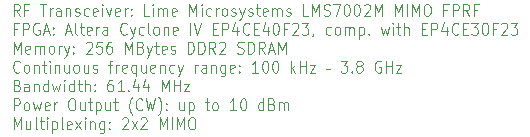
<source format=gto>
G04 #@! TF.FileFunction,Legend,Top*
%FSLAX46Y46*%
G04 Gerber Fmt 4.6, Leading zero omitted, Abs format (unit mm)*
G04 Created by KiCad (PCBNEW (2016-09-17 revision 679eef1)-makepkg) date 09/24/16 16:37:27*
%MOMM*%
%LPD*%
G01*
G04 APERTURE LIST*
%ADD10C,0.150000*%
%ADD11C,0.100000*%
%ADD12C,0.700000*%
%ADD13C,1.350000*%
%ADD14C,3.000000*%
%ADD15C,1.000000*%
%ADD16C,0.254000*%
G04 APERTURE END LIST*
D10*
D11*
X8093571Y-7632380D02*
X7793571Y-7156190D01*
X7579285Y-7632380D02*
X7579285Y-6632380D01*
X7922142Y-6632380D01*
X8007857Y-6680000D01*
X8050714Y-6727619D01*
X8093571Y-6822857D01*
X8093571Y-6965714D01*
X8050714Y-7060952D01*
X8007857Y-7108571D01*
X7922142Y-7156190D01*
X7579285Y-7156190D01*
X8779285Y-7108571D02*
X8479285Y-7108571D01*
X8479285Y-7632380D02*
X8479285Y-6632380D01*
X8907857Y-6632380D01*
X9807857Y-6632380D02*
X10322142Y-6632380D01*
X10065000Y-7632380D02*
X10065000Y-6632380D01*
X10622142Y-7632380D02*
X10622142Y-6965714D01*
X10622142Y-7156190D02*
X10665000Y-7060952D01*
X10707857Y-7013333D01*
X10793571Y-6965714D01*
X10879285Y-6965714D01*
X11565000Y-7632380D02*
X11565000Y-7108571D01*
X11522142Y-7013333D01*
X11436428Y-6965714D01*
X11265000Y-6965714D01*
X11179285Y-7013333D01*
X11565000Y-7584761D02*
X11479285Y-7632380D01*
X11265000Y-7632380D01*
X11179285Y-7584761D01*
X11136428Y-7489523D01*
X11136428Y-7394285D01*
X11179285Y-7299047D01*
X11265000Y-7251428D01*
X11479285Y-7251428D01*
X11565000Y-7203809D01*
X11993571Y-6965714D02*
X11993571Y-7632380D01*
X11993571Y-7060952D02*
X12036428Y-7013333D01*
X12122142Y-6965714D01*
X12250714Y-6965714D01*
X12336428Y-7013333D01*
X12379285Y-7108571D01*
X12379285Y-7632380D01*
X12765000Y-7584761D02*
X12850714Y-7632380D01*
X13022142Y-7632380D01*
X13107857Y-7584761D01*
X13150714Y-7489523D01*
X13150714Y-7441904D01*
X13107857Y-7346666D01*
X13022142Y-7299047D01*
X12893571Y-7299047D01*
X12807857Y-7251428D01*
X12765000Y-7156190D01*
X12765000Y-7108571D01*
X12807857Y-7013333D01*
X12893571Y-6965714D01*
X13022142Y-6965714D01*
X13107857Y-7013333D01*
X13922142Y-7584761D02*
X13836428Y-7632380D01*
X13665000Y-7632380D01*
X13579285Y-7584761D01*
X13536428Y-7537142D01*
X13493571Y-7441904D01*
X13493571Y-7156190D01*
X13536428Y-7060952D01*
X13579285Y-7013333D01*
X13665000Y-6965714D01*
X13836428Y-6965714D01*
X13922142Y-7013333D01*
X14650714Y-7584761D02*
X14565000Y-7632380D01*
X14393571Y-7632380D01*
X14307857Y-7584761D01*
X14265000Y-7489523D01*
X14265000Y-7108571D01*
X14307857Y-7013333D01*
X14393571Y-6965714D01*
X14565000Y-6965714D01*
X14650714Y-7013333D01*
X14693571Y-7108571D01*
X14693571Y-7203809D01*
X14265000Y-7299047D01*
X15079285Y-7632380D02*
X15079285Y-6965714D01*
X15079285Y-6632380D02*
X15036428Y-6680000D01*
X15079285Y-6727619D01*
X15122142Y-6680000D01*
X15079285Y-6632380D01*
X15079285Y-6727619D01*
X15422142Y-6965714D02*
X15636428Y-7632380D01*
X15850714Y-6965714D01*
X16536428Y-7584761D02*
X16450714Y-7632380D01*
X16279285Y-7632380D01*
X16193571Y-7584761D01*
X16150714Y-7489523D01*
X16150714Y-7108571D01*
X16193571Y-7013333D01*
X16279285Y-6965714D01*
X16450714Y-6965714D01*
X16536428Y-7013333D01*
X16579285Y-7108571D01*
X16579285Y-7203809D01*
X16150714Y-7299047D01*
X16965000Y-7632380D02*
X16965000Y-6965714D01*
X16965000Y-7156190D02*
X17007857Y-7060952D01*
X17050714Y-7013333D01*
X17136428Y-6965714D01*
X17222142Y-6965714D01*
X17522142Y-7537142D02*
X17565000Y-7584761D01*
X17522142Y-7632380D01*
X17479285Y-7584761D01*
X17522142Y-7537142D01*
X17522142Y-7632380D01*
X17522142Y-7013333D02*
X17565000Y-7060952D01*
X17522142Y-7108571D01*
X17479285Y-7060952D01*
X17522142Y-7013333D01*
X17522142Y-7108571D01*
X19065000Y-7632380D02*
X18636428Y-7632380D01*
X18636428Y-6632380D01*
X19365000Y-7632380D02*
X19365000Y-6965714D01*
X19365000Y-6632380D02*
X19322142Y-6680000D01*
X19365000Y-6727619D01*
X19407857Y-6680000D01*
X19365000Y-6632380D01*
X19365000Y-6727619D01*
X19793571Y-7632380D02*
X19793571Y-6965714D01*
X19793571Y-7060952D02*
X19836428Y-7013333D01*
X19922142Y-6965714D01*
X20050714Y-6965714D01*
X20136428Y-7013333D01*
X20179285Y-7108571D01*
X20179285Y-7632380D01*
X20179285Y-7108571D02*
X20222142Y-7013333D01*
X20307857Y-6965714D01*
X20436428Y-6965714D01*
X20522142Y-7013333D01*
X20565000Y-7108571D01*
X20565000Y-7632380D01*
X21336428Y-7584761D02*
X21250714Y-7632380D01*
X21079285Y-7632380D01*
X20993571Y-7584761D01*
X20950714Y-7489523D01*
X20950714Y-7108571D01*
X20993571Y-7013333D01*
X21079285Y-6965714D01*
X21250714Y-6965714D01*
X21336428Y-7013333D01*
X21379285Y-7108571D01*
X21379285Y-7203809D01*
X20950714Y-7299047D01*
X22450714Y-7632380D02*
X22450714Y-6632380D01*
X22750714Y-7346666D01*
X23050714Y-6632380D01*
X23050714Y-7632380D01*
X23479285Y-7632380D02*
X23479285Y-6965714D01*
X23479285Y-6632380D02*
X23436428Y-6680000D01*
X23479285Y-6727619D01*
X23522142Y-6680000D01*
X23479285Y-6632380D01*
X23479285Y-6727619D01*
X24293571Y-7584761D02*
X24207857Y-7632380D01*
X24036428Y-7632380D01*
X23950714Y-7584761D01*
X23907857Y-7537142D01*
X23865000Y-7441904D01*
X23865000Y-7156190D01*
X23907857Y-7060952D01*
X23950714Y-7013333D01*
X24036428Y-6965714D01*
X24207857Y-6965714D01*
X24293571Y-7013333D01*
X24679285Y-7632380D02*
X24679285Y-6965714D01*
X24679285Y-7156190D02*
X24722142Y-7060952D01*
X24765000Y-7013333D01*
X24850714Y-6965714D01*
X24936428Y-6965714D01*
X25365000Y-7632380D02*
X25279285Y-7584761D01*
X25236428Y-7537142D01*
X25193571Y-7441904D01*
X25193571Y-7156190D01*
X25236428Y-7060952D01*
X25279285Y-7013333D01*
X25365000Y-6965714D01*
X25493571Y-6965714D01*
X25579285Y-7013333D01*
X25622142Y-7060952D01*
X25665000Y-7156190D01*
X25665000Y-7441904D01*
X25622142Y-7537142D01*
X25579285Y-7584761D01*
X25493571Y-7632380D01*
X25365000Y-7632380D01*
X26007857Y-7584761D02*
X26093571Y-7632380D01*
X26265000Y-7632380D01*
X26350714Y-7584761D01*
X26393571Y-7489523D01*
X26393571Y-7441904D01*
X26350714Y-7346666D01*
X26265000Y-7299047D01*
X26136428Y-7299047D01*
X26050714Y-7251428D01*
X26007857Y-7156190D01*
X26007857Y-7108571D01*
X26050714Y-7013333D01*
X26136428Y-6965714D01*
X26265000Y-6965714D01*
X26350714Y-7013333D01*
X26693571Y-6965714D02*
X26907857Y-7632380D01*
X27122142Y-6965714D02*
X26907857Y-7632380D01*
X26822142Y-7870476D01*
X26779285Y-7918095D01*
X26693571Y-7965714D01*
X27422142Y-7584761D02*
X27507857Y-7632380D01*
X27679285Y-7632380D01*
X27765000Y-7584761D01*
X27807857Y-7489523D01*
X27807857Y-7441904D01*
X27765000Y-7346666D01*
X27679285Y-7299047D01*
X27550714Y-7299047D01*
X27465000Y-7251428D01*
X27422142Y-7156190D01*
X27422142Y-7108571D01*
X27465000Y-7013333D01*
X27550714Y-6965714D01*
X27679285Y-6965714D01*
X27765000Y-7013333D01*
X28065000Y-6965714D02*
X28407857Y-6965714D01*
X28193571Y-6632380D02*
X28193571Y-7489523D01*
X28236428Y-7584761D01*
X28322142Y-7632380D01*
X28407857Y-7632380D01*
X29050714Y-7584761D02*
X28965000Y-7632380D01*
X28793571Y-7632380D01*
X28707857Y-7584761D01*
X28665000Y-7489523D01*
X28665000Y-7108571D01*
X28707857Y-7013333D01*
X28793571Y-6965714D01*
X28965000Y-6965714D01*
X29050714Y-7013333D01*
X29093571Y-7108571D01*
X29093571Y-7203809D01*
X28665000Y-7299047D01*
X29479285Y-7632380D02*
X29479285Y-6965714D01*
X29479285Y-7060952D02*
X29522142Y-7013333D01*
X29607857Y-6965714D01*
X29736428Y-6965714D01*
X29822142Y-7013333D01*
X29865000Y-7108571D01*
X29865000Y-7632380D01*
X29865000Y-7108571D02*
X29907857Y-7013333D01*
X29993571Y-6965714D01*
X30122142Y-6965714D01*
X30207857Y-7013333D01*
X30250714Y-7108571D01*
X30250714Y-7632380D01*
X30636428Y-7584761D02*
X30722142Y-7632380D01*
X30893571Y-7632380D01*
X30979285Y-7584761D01*
X31022142Y-7489523D01*
X31022142Y-7441904D01*
X30979285Y-7346666D01*
X30893571Y-7299047D01*
X30765000Y-7299047D01*
X30679285Y-7251428D01*
X30636428Y-7156190D01*
X30636428Y-7108571D01*
X30679285Y-7013333D01*
X30765000Y-6965714D01*
X30893571Y-6965714D01*
X30979285Y-7013333D01*
X32522142Y-7632380D02*
X32093571Y-7632380D01*
X32093571Y-6632380D01*
X32822142Y-7632380D02*
X32822142Y-6632380D01*
X33122142Y-7346666D01*
X33422142Y-6632380D01*
X33422142Y-7632380D01*
X33807857Y-7584761D02*
X33936428Y-7632380D01*
X34150714Y-7632380D01*
X34236428Y-7584761D01*
X34279285Y-7537142D01*
X34322142Y-7441904D01*
X34322142Y-7346666D01*
X34279285Y-7251428D01*
X34236428Y-7203809D01*
X34150714Y-7156190D01*
X33979285Y-7108571D01*
X33893571Y-7060952D01*
X33850714Y-7013333D01*
X33807857Y-6918095D01*
X33807857Y-6822857D01*
X33850714Y-6727619D01*
X33893571Y-6680000D01*
X33979285Y-6632380D01*
X34193571Y-6632380D01*
X34322142Y-6680000D01*
X34622142Y-6632380D02*
X35222142Y-6632380D01*
X34836428Y-7632380D01*
X35736428Y-6632380D02*
X35822142Y-6632380D01*
X35907857Y-6680000D01*
X35950714Y-6727619D01*
X35993571Y-6822857D01*
X36036428Y-7013333D01*
X36036428Y-7251428D01*
X35993571Y-7441904D01*
X35950714Y-7537142D01*
X35907857Y-7584761D01*
X35822142Y-7632380D01*
X35736428Y-7632380D01*
X35650714Y-7584761D01*
X35607857Y-7537142D01*
X35565000Y-7441904D01*
X35522142Y-7251428D01*
X35522142Y-7013333D01*
X35565000Y-6822857D01*
X35607857Y-6727619D01*
X35650714Y-6680000D01*
X35736428Y-6632380D01*
X36593571Y-6632380D02*
X36679285Y-6632380D01*
X36765000Y-6680000D01*
X36807857Y-6727619D01*
X36850714Y-6822857D01*
X36893571Y-7013333D01*
X36893571Y-7251428D01*
X36850714Y-7441904D01*
X36807857Y-7537142D01*
X36765000Y-7584761D01*
X36679285Y-7632380D01*
X36593571Y-7632380D01*
X36507857Y-7584761D01*
X36465000Y-7537142D01*
X36422142Y-7441904D01*
X36379285Y-7251428D01*
X36379285Y-7013333D01*
X36422142Y-6822857D01*
X36465000Y-6727619D01*
X36507857Y-6680000D01*
X36593571Y-6632380D01*
X37236428Y-6727619D02*
X37279285Y-6680000D01*
X37365000Y-6632380D01*
X37579285Y-6632380D01*
X37665000Y-6680000D01*
X37707857Y-6727619D01*
X37750714Y-6822857D01*
X37750714Y-6918095D01*
X37707857Y-7060952D01*
X37193571Y-7632380D01*
X37750714Y-7632380D01*
X38136428Y-7632380D02*
X38136428Y-6632380D01*
X38436428Y-7346666D01*
X38736428Y-6632380D01*
X38736428Y-7632380D01*
X39850714Y-7632380D02*
X39850714Y-6632380D01*
X40150714Y-7346666D01*
X40450714Y-6632380D01*
X40450714Y-7632380D01*
X40879285Y-7632380D02*
X40879285Y-6632380D01*
X41307857Y-7632380D02*
X41307857Y-6632380D01*
X41607857Y-7346666D01*
X41907857Y-6632380D01*
X41907857Y-7632380D01*
X42507857Y-6632380D02*
X42679285Y-6632380D01*
X42765000Y-6680000D01*
X42850714Y-6775238D01*
X42893571Y-6965714D01*
X42893571Y-7299047D01*
X42850714Y-7489523D01*
X42765000Y-7584761D01*
X42679285Y-7632380D01*
X42507857Y-7632380D01*
X42422142Y-7584761D01*
X42336428Y-7489523D01*
X42293571Y-7299047D01*
X42293571Y-6965714D01*
X42336428Y-6775238D01*
X42422142Y-6680000D01*
X42507857Y-6632380D01*
X44265000Y-7108571D02*
X43965000Y-7108571D01*
X43965000Y-7632380D02*
X43965000Y-6632380D01*
X44393571Y-6632380D01*
X44736428Y-7632380D02*
X44736428Y-6632380D01*
X45079285Y-6632380D01*
X45165000Y-6680000D01*
X45207857Y-6727619D01*
X45250714Y-6822857D01*
X45250714Y-6965714D01*
X45207857Y-7060952D01*
X45165000Y-7108571D01*
X45079285Y-7156190D01*
X44736428Y-7156190D01*
X46150714Y-7632380D02*
X45850714Y-7156190D01*
X45636428Y-7632380D02*
X45636428Y-6632380D01*
X45979285Y-6632380D01*
X46065000Y-6680000D01*
X46107857Y-6727619D01*
X46150714Y-6822857D01*
X46150714Y-6965714D01*
X46107857Y-7060952D01*
X46065000Y-7108571D01*
X45979285Y-7156190D01*
X45636428Y-7156190D01*
X46836428Y-7108571D02*
X46536428Y-7108571D01*
X46536428Y-7632380D02*
X46536428Y-6632380D01*
X46965000Y-6632380D01*
X7879285Y-8708571D02*
X7579285Y-8708571D01*
X7579285Y-9232380D02*
X7579285Y-8232380D01*
X8007857Y-8232380D01*
X8350714Y-9232380D02*
X8350714Y-8232380D01*
X8693571Y-8232380D01*
X8779285Y-8280000D01*
X8822142Y-8327619D01*
X8865000Y-8422857D01*
X8865000Y-8565714D01*
X8822142Y-8660952D01*
X8779285Y-8708571D01*
X8693571Y-8756190D01*
X8350714Y-8756190D01*
X9722142Y-8280000D02*
X9636428Y-8232380D01*
X9507857Y-8232380D01*
X9379285Y-8280000D01*
X9293571Y-8375238D01*
X9250714Y-8470476D01*
X9207857Y-8660952D01*
X9207857Y-8803809D01*
X9250714Y-8994285D01*
X9293571Y-9089523D01*
X9379285Y-9184761D01*
X9507857Y-9232380D01*
X9593571Y-9232380D01*
X9722142Y-9184761D01*
X9765000Y-9137142D01*
X9765000Y-8803809D01*
X9593571Y-8803809D01*
X10107857Y-8946666D02*
X10536428Y-8946666D01*
X10022142Y-9232380D02*
X10322142Y-8232380D01*
X10622142Y-9232380D01*
X10922142Y-9137142D02*
X10965000Y-9184761D01*
X10922142Y-9232380D01*
X10879285Y-9184761D01*
X10922142Y-9137142D01*
X10922142Y-9232380D01*
X10922142Y-8613333D02*
X10965000Y-8660952D01*
X10922142Y-8708571D01*
X10879285Y-8660952D01*
X10922142Y-8613333D01*
X10922142Y-8708571D01*
X11993571Y-8946666D02*
X12422142Y-8946666D01*
X11907857Y-9232380D02*
X12207857Y-8232380D01*
X12507857Y-9232380D01*
X12936428Y-9232380D02*
X12850714Y-9184761D01*
X12807857Y-9089523D01*
X12807857Y-8232380D01*
X13150714Y-8565714D02*
X13493571Y-8565714D01*
X13279285Y-8232380D02*
X13279285Y-9089523D01*
X13322142Y-9184761D01*
X13407857Y-9232380D01*
X13493571Y-9232380D01*
X14136428Y-9184761D02*
X14050714Y-9232380D01*
X13879285Y-9232380D01*
X13793571Y-9184761D01*
X13750714Y-9089523D01*
X13750714Y-8708571D01*
X13793571Y-8613333D01*
X13879285Y-8565714D01*
X14050714Y-8565714D01*
X14136428Y-8613333D01*
X14179285Y-8708571D01*
X14179285Y-8803809D01*
X13750714Y-8899047D01*
X14565000Y-9232380D02*
X14565000Y-8565714D01*
X14565000Y-8756190D02*
X14607857Y-8660952D01*
X14650714Y-8613333D01*
X14736428Y-8565714D01*
X14822142Y-8565714D01*
X15507857Y-9232380D02*
X15507857Y-8708571D01*
X15465000Y-8613333D01*
X15379285Y-8565714D01*
X15207857Y-8565714D01*
X15122142Y-8613333D01*
X15507857Y-9184761D02*
X15422142Y-9232380D01*
X15207857Y-9232380D01*
X15122142Y-9184761D01*
X15079285Y-9089523D01*
X15079285Y-8994285D01*
X15122142Y-8899047D01*
X15207857Y-8851428D01*
X15422142Y-8851428D01*
X15507857Y-8803809D01*
X17136428Y-9137142D02*
X17093571Y-9184761D01*
X16965000Y-9232380D01*
X16879285Y-9232380D01*
X16750714Y-9184761D01*
X16665000Y-9089523D01*
X16622142Y-8994285D01*
X16579285Y-8803809D01*
X16579285Y-8660952D01*
X16622142Y-8470476D01*
X16665000Y-8375238D01*
X16750714Y-8280000D01*
X16879285Y-8232380D01*
X16965000Y-8232380D01*
X17093571Y-8280000D01*
X17136428Y-8327619D01*
X17436428Y-8565714D02*
X17650714Y-9232380D01*
X17865000Y-8565714D02*
X17650714Y-9232380D01*
X17565000Y-9470476D01*
X17522142Y-9518095D01*
X17436428Y-9565714D01*
X18593571Y-9184761D02*
X18507857Y-9232380D01*
X18336428Y-9232380D01*
X18250714Y-9184761D01*
X18207857Y-9137142D01*
X18165000Y-9041904D01*
X18165000Y-8756190D01*
X18207857Y-8660952D01*
X18250714Y-8613333D01*
X18336428Y-8565714D01*
X18507857Y-8565714D01*
X18593571Y-8613333D01*
X19107857Y-9232380D02*
X19022142Y-9184761D01*
X18979285Y-9089523D01*
X18979285Y-8232380D01*
X19579285Y-9232380D02*
X19493571Y-9184761D01*
X19450714Y-9137142D01*
X19407857Y-9041904D01*
X19407857Y-8756190D01*
X19450714Y-8660952D01*
X19493571Y-8613333D01*
X19579285Y-8565714D01*
X19707857Y-8565714D01*
X19793571Y-8613333D01*
X19836428Y-8660952D01*
X19879285Y-8756190D01*
X19879285Y-9041904D01*
X19836428Y-9137142D01*
X19793571Y-9184761D01*
X19707857Y-9232380D01*
X19579285Y-9232380D01*
X20265000Y-8565714D02*
X20265000Y-9232380D01*
X20265000Y-8660952D02*
X20307857Y-8613333D01*
X20393571Y-8565714D01*
X20522142Y-8565714D01*
X20607857Y-8613333D01*
X20650714Y-8708571D01*
X20650714Y-9232380D01*
X21422142Y-9184761D02*
X21336428Y-9232380D01*
X21165000Y-9232380D01*
X21079285Y-9184761D01*
X21036428Y-9089523D01*
X21036428Y-8708571D01*
X21079285Y-8613333D01*
X21165000Y-8565714D01*
X21336428Y-8565714D01*
X21422142Y-8613333D01*
X21465000Y-8708571D01*
X21465000Y-8803809D01*
X21036428Y-8899047D01*
X22536428Y-9232380D02*
X22536428Y-8232380D01*
X22836428Y-8232380D02*
X23136428Y-9232380D01*
X23436428Y-8232380D01*
X24422142Y-8708571D02*
X24722142Y-8708571D01*
X24850714Y-9232380D02*
X24422142Y-9232380D01*
X24422142Y-8232380D01*
X24850714Y-8232380D01*
X25236428Y-9232380D02*
X25236428Y-8232380D01*
X25579285Y-8232380D01*
X25665000Y-8280000D01*
X25707857Y-8327619D01*
X25750714Y-8422857D01*
X25750714Y-8565714D01*
X25707857Y-8660952D01*
X25665000Y-8708571D01*
X25579285Y-8756190D01*
X25236428Y-8756190D01*
X26522142Y-8565714D02*
X26522142Y-9232380D01*
X26307857Y-8184761D02*
X26093571Y-8899047D01*
X26650714Y-8899047D01*
X27507857Y-9137142D02*
X27465000Y-9184761D01*
X27336428Y-9232380D01*
X27250714Y-9232380D01*
X27122142Y-9184761D01*
X27036428Y-9089523D01*
X26993571Y-8994285D01*
X26950714Y-8803809D01*
X26950714Y-8660952D01*
X26993571Y-8470476D01*
X27036428Y-8375238D01*
X27122142Y-8280000D01*
X27250714Y-8232380D01*
X27336428Y-8232380D01*
X27465000Y-8280000D01*
X27507857Y-8327619D01*
X27893571Y-8708571D02*
X28193571Y-8708571D01*
X28322142Y-9232380D02*
X27893571Y-9232380D01*
X27893571Y-8232380D01*
X28322142Y-8232380D01*
X29093571Y-8565714D02*
X29093571Y-9232380D01*
X28879285Y-8184761D02*
X28665000Y-8899047D01*
X29222142Y-8899047D01*
X29736428Y-8232380D02*
X29822142Y-8232380D01*
X29907857Y-8280000D01*
X29950714Y-8327619D01*
X29993571Y-8422857D01*
X30036428Y-8613333D01*
X30036428Y-8851428D01*
X29993571Y-9041904D01*
X29950714Y-9137142D01*
X29907857Y-9184761D01*
X29822142Y-9232380D01*
X29736428Y-9232380D01*
X29650714Y-9184761D01*
X29607857Y-9137142D01*
X29565000Y-9041904D01*
X29522142Y-8851428D01*
X29522142Y-8613333D01*
X29565000Y-8422857D01*
X29607857Y-8327619D01*
X29650714Y-8280000D01*
X29736428Y-8232380D01*
X30722142Y-8708571D02*
X30422142Y-8708571D01*
X30422142Y-9232380D02*
X30422142Y-8232380D01*
X30850714Y-8232380D01*
X31150714Y-8327619D02*
X31193571Y-8280000D01*
X31279285Y-8232380D01*
X31493571Y-8232380D01*
X31579285Y-8280000D01*
X31622142Y-8327619D01*
X31665000Y-8422857D01*
X31665000Y-8518095D01*
X31622142Y-8660952D01*
X31107857Y-9232380D01*
X31665000Y-9232380D01*
X31965000Y-8232380D02*
X32522142Y-8232380D01*
X32222142Y-8613333D01*
X32350714Y-8613333D01*
X32436428Y-8660952D01*
X32479285Y-8708571D01*
X32522142Y-8803809D01*
X32522142Y-9041904D01*
X32479285Y-9137142D01*
X32436428Y-9184761D01*
X32350714Y-9232380D01*
X32093571Y-9232380D01*
X32007857Y-9184761D01*
X31965000Y-9137142D01*
X32950714Y-9184761D02*
X32950714Y-9232380D01*
X32907857Y-9327619D01*
X32865000Y-9375238D01*
X34407857Y-9184761D02*
X34322142Y-9232380D01*
X34150714Y-9232380D01*
X34065000Y-9184761D01*
X34022142Y-9137142D01*
X33979285Y-9041904D01*
X33979285Y-8756190D01*
X34022142Y-8660952D01*
X34065000Y-8613333D01*
X34150714Y-8565714D01*
X34322142Y-8565714D01*
X34407857Y-8613333D01*
X34922142Y-9232380D02*
X34836428Y-9184761D01*
X34793571Y-9137142D01*
X34750714Y-9041904D01*
X34750714Y-8756190D01*
X34793571Y-8660952D01*
X34836428Y-8613333D01*
X34922142Y-8565714D01*
X35050714Y-8565714D01*
X35136428Y-8613333D01*
X35179285Y-8660952D01*
X35222142Y-8756190D01*
X35222142Y-9041904D01*
X35179285Y-9137142D01*
X35136428Y-9184761D01*
X35050714Y-9232380D01*
X34922142Y-9232380D01*
X35607857Y-9232380D02*
X35607857Y-8565714D01*
X35607857Y-8660952D02*
X35650714Y-8613333D01*
X35736428Y-8565714D01*
X35865000Y-8565714D01*
X35950714Y-8613333D01*
X35993571Y-8708571D01*
X35993571Y-9232380D01*
X35993571Y-8708571D02*
X36036428Y-8613333D01*
X36122142Y-8565714D01*
X36250714Y-8565714D01*
X36336428Y-8613333D01*
X36379285Y-8708571D01*
X36379285Y-9232380D01*
X36807857Y-8565714D02*
X36807857Y-9565714D01*
X36807857Y-8613333D02*
X36893571Y-8565714D01*
X37065000Y-8565714D01*
X37150714Y-8613333D01*
X37193571Y-8660952D01*
X37236428Y-8756190D01*
X37236428Y-9041904D01*
X37193571Y-9137142D01*
X37150714Y-9184761D01*
X37065000Y-9232380D01*
X36893571Y-9232380D01*
X36807857Y-9184761D01*
X37622142Y-9137142D02*
X37665000Y-9184761D01*
X37622142Y-9232380D01*
X37579285Y-9184761D01*
X37622142Y-9137142D01*
X37622142Y-9232380D01*
X38650714Y-8565714D02*
X38822142Y-9232380D01*
X38993571Y-8756190D01*
X39165000Y-9232380D01*
X39336428Y-8565714D01*
X39679285Y-9232380D02*
X39679285Y-8565714D01*
X39679285Y-8232380D02*
X39636428Y-8280000D01*
X39679285Y-8327619D01*
X39722142Y-8280000D01*
X39679285Y-8232380D01*
X39679285Y-8327619D01*
X39979285Y-8565714D02*
X40322142Y-8565714D01*
X40107857Y-8232380D02*
X40107857Y-9089523D01*
X40150714Y-9184761D01*
X40236428Y-9232380D01*
X40322142Y-9232380D01*
X40622142Y-9232380D02*
X40622142Y-8232380D01*
X41007857Y-9232380D02*
X41007857Y-8708571D01*
X40965000Y-8613333D01*
X40879285Y-8565714D01*
X40750714Y-8565714D01*
X40665000Y-8613333D01*
X40622142Y-8660952D01*
X42122142Y-8708571D02*
X42422142Y-8708571D01*
X42550714Y-9232380D02*
X42122142Y-9232380D01*
X42122142Y-8232380D01*
X42550714Y-8232380D01*
X42936428Y-9232380D02*
X42936428Y-8232380D01*
X43279285Y-8232380D01*
X43365000Y-8280000D01*
X43407857Y-8327619D01*
X43450714Y-8422857D01*
X43450714Y-8565714D01*
X43407857Y-8660952D01*
X43365000Y-8708571D01*
X43279285Y-8756190D01*
X42936428Y-8756190D01*
X44222142Y-8565714D02*
X44222142Y-9232380D01*
X44007857Y-8184761D02*
X43793571Y-8899047D01*
X44350714Y-8899047D01*
X45207857Y-9137142D02*
X45165000Y-9184761D01*
X45036428Y-9232380D01*
X44950714Y-9232380D01*
X44822142Y-9184761D01*
X44736428Y-9089523D01*
X44693571Y-8994285D01*
X44650714Y-8803809D01*
X44650714Y-8660952D01*
X44693571Y-8470476D01*
X44736428Y-8375238D01*
X44822142Y-8280000D01*
X44950714Y-8232380D01*
X45036428Y-8232380D01*
X45165000Y-8280000D01*
X45207857Y-8327619D01*
X45593571Y-8708571D02*
X45893571Y-8708571D01*
X46022142Y-9232380D02*
X45593571Y-9232380D01*
X45593571Y-8232380D01*
X46022142Y-8232380D01*
X46322142Y-8232380D02*
X46879285Y-8232380D01*
X46579285Y-8613333D01*
X46707857Y-8613333D01*
X46793571Y-8660952D01*
X46836428Y-8708571D01*
X46879285Y-8803809D01*
X46879285Y-9041904D01*
X46836428Y-9137142D01*
X46793571Y-9184761D01*
X46707857Y-9232380D01*
X46450714Y-9232380D01*
X46365000Y-9184761D01*
X46322142Y-9137142D01*
X47436428Y-8232380D02*
X47522142Y-8232380D01*
X47607857Y-8280000D01*
X47650714Y-8327619D01*
X47693571Y-8422857D01*
X47736428Y-8613333D01*
X47736428Y-8851428D01*
X47693571Y-9041904D01*
X47650714Y-9137142D01*
X47607857Y-9184761D01*
X47522142Y-9232380D01*
X47436428Y-9232380D01*
X47350714Y-9184761D01*
X47307857Y-9137142D01*
X47265000Y-9041904D01*
X47222142Y-8851428D01*
X47222142Y-8613333D01*
X47265000Y-8422857D01*
X47307857Y-8327619D01*
X47350714Y-8280000D01*
X47436428Y-8232380D01*
X48422142Y-8708571D02*
X48122142Y-8708571D01*
X48122142Y-9232380D02*
X48122142Y-8232380D01*
X48550714Y-8232380D01*
X48850714Y-8327619D02*
X48893571Y-8280000D01*
X48979285Y-8232380D01*
X49193571Y-8232380D01*
X49279285Y-8280000D01*
X49322142Y-8327619D01*
X49365000Y-8422857D01*
X49365000Y-8518095D01*
X49322142Y-8660952D01*
X48807857Y-9232380D01*
X49365000Y-9232380D01*
X49665000Y-8232380D02*
X50222142Y-8232380D01*
X49922142Y-8613333D01*
X50050714Y-8613333D01*
X50136428Y-8660952D01*
X50179285Y-8708571D01*
X50222142Y-8803809D01*
X50222142Y-9041904D01*
X50179285Y-9137142D01*
X50136428Y-9184761D01*
X50050714Y-9232380D01*
X49793571Y-9232380D01*
X49707857Y-9184761D01*
X49665000Y-9137142D01*
X7579285Y-10832380D02*
X7579285Y-9832380D01*
X7879285Y-10546666D01*
X8179285Y-9832380D01*
X8179285Y-10832380D01*
X8950714Y-10784761D02*
X8865000Y-10832380D01*
X8693571Y-10832380D01*
X8607857Y-10784761D01*
X8565000Y-10689523D01*
X8565000Y-10308571D01*
X8607857Y-10213333D01*
X8693571Y-10165714D01*
X8865000Y-10165714D01*
X8950714Y-10213333D01*
X8993571Y-10308571D01*
X8993571Y-10403809D01*
X8565000Y-10499047D01*
X9379285Y-10832380D02*
X9379285Y-10165714D01*
X9379285Y-10260952D02*
X9422142Y-10213333D01*
X9507857Y-10165714D01*
X9636428Y-10165714D01*
X9722142Y-10213333D01*
X9765000Y-10308571D01*
X9765000Y-10832380D01*
X9765000Y-10308571D02*
X9807857Y-10213333D01*
X9893571Y-10165714D01*
X10022142Y-10165714D01*
X10107857Y-10213333D01*
X10150714Y-10308571D01*
X10150714Y-10832380D01*
X10707857Y-10832380D02*
X10622142Y-10784761D01*
X10579285Y-10737142D01*
X10536428Y-10641904D01*
X10536428Y-10356190D01*
X10579285Y-10260952D01*
X10622142Y-10213333D01*
X10707857Y-10165714D01*
X10836428Y-10165714D01*
X10922142Y-10213333D01*
X10965000Y-10260952D01*
X11007857Y-10356190D01*
X11007857Y-10641904D01*
X10965000Y-10737142D01*
X10922142Y-10784761D01*
X10836428Y-10832380D01*
X10707857Y-10832380D01*
X11393571Y-10832380D02*
X11393571Y-10165714D01*
X11393571Y-10356190D02*
X11436428Y-10260952D01*
X11479285Y-10213333D01*
X11565000Y-10165714D01*
X11650714Y-10165714D01*
X11865000Y-10165714D02*
X12079285Y-10832380D01*
X12293571Y-10165714D02*
X12079285Y-10832380D01*
X11993571Y-11070476D01*
X11950714Y-11118095D01*
X11865000Y-11165714D01*
X12636428Y-10737142D02*
X12679285Y-10784761D01*
X12636428Y-10832380D01*
X12593571Y-10784761D01*
X12636428Y-10737142D01*
X12636428Y-10832380D01*
X12636428Y-10213333D02*
X12679285Y-10260952D01*
X12636428Y-10308571D01*
X12593571Y-10260952D01*
X12636428Y-10213333D01*
X12636428Y-10308571D01*
X13707857Y-9927619D02*
X13750714Y-9880000D01*
X13836428Y-9832380D01*
X14050714Y-9832380D01*
X14136428Y-9880000D01*
X14179285Y-9927619D01*
X14222142Y-10022857D01*
X14222142Y-10118095D01*
X14179285Y-10260952D01*
X13665000Y-10832380D01*
X14222142Y-10832380D01*
X15036428Y-9832380D02*
X14607857Y-9832380D01*
X14565000Y-10308571D01*
X14607857Y-10260952D01*
X14693571Y-10213333D01*
X14907857Y-10213333D01*
X14993571Y-10260952D01*
X15036428Y-10308571D01*
X15079285Y-10403809D01*
X15079285Y-10641904D01*
X15036428Y-10737142D01*
X14993571Y-10784761D01*
X14907857Y-10832380D01*
X14693571Y-10832380D01*
X14607857Y-10784761D01*
X14565000Y-10737142D01*
X15850714Y-9832380D02*
X15679285Y-9832380D01*
X15593571Y-9880000D01*
X15550714Y-9927619D01*
X15465000Y-10070476D01*
X15422142Y-10260952D01*
X15422142Y-10641904D01*
X15465000Y-10737142D01*
X15507857Y-10784761D01*
X15593571Y-10832380D01*
X15765000Y-10832380D01*
X15850714Y-10784761D01*
X15893571Y-10737142D01*
X15936428Y-10641904D01*
X15936428Y-10403809D01*
X15893571Y-10308571D01*
X15850714Y-10260952D01*
X15765000Y-10213333D01*
X15593571Y-10213333D01*
X15507857Y-10260952D01*
X15465000Y-10308571D01*
X15422142Y-10403809D01*
X17007857Y-10832380D02*
X17007857Y-9832380D01*
X17307857Y-10546666D01*
X17607857Y-9832380D01*
X17607857Y-10832380D01*
X18336428Y-10308571D02*
X18465000Y-10356190D01*
X18507857Y-10403809D01*
X18550714Y-10499047D01*
X18550714Y-10641904D01*
X18507857Y-10737142D01*
X18465000Y-10784761D01*
X18379285Y-10832380D01*
X18036428Y-10832380D01*
X18036428Y-9832380D01*
X18336428Y-9832380D01*
X18422142Y-9880000D01*
X18465000Y-9927619D01*
X18507857Y-10022857D01*
X18507857Y-10118095D01*
X18465000Y-10213333D01*
X18422142Y-10260952D01*
X18336428Y-10308571D01*
X18036428Y-10308571D01*
X18850714Y-10165714D02*
X19065000Y-10832380D01*
X19279285Y-10165714D02*
X19065000Y-10832380D01*
X18979285Y-11070476D01*
X18936428Y-11118095D01*
X18850714Y-11165714D01*
X19493571Y-10165714D02*
X19836428Y-10165714D01*
X19622142Y-9832380D02*
X19622142Y-10689523D01*
X19665000Y-10784761D01*
X19750714Y-10832380D01*
X19836428Y-10832380D01*
X20479285Y-10784761D02*
X20393571Y-10832380D01*
X20222142Y-10832380D01*
X20136428Y-10784761D01*
X20093571Y-10689523D01*
X20093571Y-10308571D01*
X20136428Y-10213333D01*
X20222142Y-10165714D01*
X20393571Y-10165714D01*
X20479285Y-10213333D01*
X20522142Y-10308571D01*
X20522142Y-10403809D01*
X20093571Y-10499047D01*
X20865000Y-10784761D02*
X20950714Y-10832380D01*
X21122142Y-10832380D01*
X21207857Y-10784761D01*
X21250714Y-10689523D01*
X21250714Y-10641904D01*
X21207857Y-10546666D01*
X21122142Y-10499047D01*
X20993571Y-10499047D01*
X20907857Y-10451428D01*
X20865000Y-10356190D01*
X20865000Y-10308571D01*
X20907857Y-10213333D01*
X20993571Y-10165714D01*
X21122142Y-10165714D01*
X21207857Y-10213333D01*
X22322142Y-10832380D02*
X22322142Y-9832380D01*
X22536428Y-9832380D01*
X22665000Y-9880000D01*
X22750714Y-9975238D01*
X22793571Y-10070476D01*
X22836428Y-10260952D01*
X22836428Y-10403809D01*
X22793571Y-10594285D01*
X22750714Y-10689523D01*
X22665000Y-10784761D01*
X22536428Y-10832380D01*
X22322142Y-10832380D01*
X23222142Y-10832380D02*
X23222142Y-9832380D01*
X23436428Y-9832380D01*
X23565000Y-9880000D01*
X23650714Y-9975238D01*
X23693571Y-10070476D01*
X23736428Y-10260952D01*
X23736428Y-10403809D01*
X23693571Y-10594285D01*
X23650714Y-10689523D01*
X23565000Y-10784761D01*
X23436428Y-10832380D01*
X23222142Y-10832380D01*
X24636428Y-10832380D02*
X24336428Y-10356190D01*
X24122142Y-10832380D02*
X24122142Y-9832380D01*
X24465000Y-9832380D01*
X24550714Y-9880000D01*
X24593571Y-9927619D01*
X24636428Y-10022857D01*
X24636428Y-10165714D01*
X24593571Y-10260952D01*
X24550714Y-10308571D01*
X24465000Y-10356190D01*
X24122142Y-10356190D01*
X24979285Y-9927619D02*
X25022142Y-9880000D01*
X25107857Y-9832380D01*
X25322142Y-9832380D01*
X25407857Y-9880000D01*
X25450714Y-9927619D01*
X25493571Y-10022857D01*
X25493571Y-10118095D01*
X25450714Y-10260952D01*
X24936428Y-10832380D01*
X25493571Y-10832380D01*
X26522142Y-10784761D02*
X26650714Y-10832380D01*
X26865000Y-10832380D01*
X26950714Y-10784761D01*
X26993571Y-10737142D01*
X27036428Y-10641904D01*
X27036428Y-10546666D01*
X26993571Y-10451428D01*
X26950714Y-10403809D01*
X26865000Y-10356190D01*
X26693571Y-10308571D01*
X26607857Y-10260952D01*
X26565000Y-10213333D01*
X26522142Y-10118095D01*
X26522142Y-10022857D01*
X26565000Y-9927619D01*
X26607857Y-9880000D01*
X26693571Y-9832380D01*
X26907857Y-9832380D01*
X27036428Y-9880000D01*
X27422142Y-10832380D02*
X27422142Y-9832380D01*
X27636428Y-9832380D01*
X27765000Y-9880000D01*
X27850714Y-9975238D01*
X27893571Y-10070476D01*
X27936428Y-10260952D01*
X27936428Y-10403809D01*
X27893571Y-10594285D01*
X27850714Y-10689523D01*
X27765000Y-10784761D01*
X27636428Y-10832380D01*
X27422142Y-10832380D01*
X28836428Y-10832380D02*
X28536428Y-10356190D01*
X28322142Y-10832380D02*
X28322142Y-9832380D01*
X28665000Y-9832380D01*
X28750714Y-9880000D01*
X28793571Y-9927619D01*
X28836428Y-10022857D01*
X28836428Y-10165714D01*
X28793571Y-10260952D01*
X28750714Y-10308571D01*
X28665000Y-10356190D01*
X28322142Y-10356190D01*
X29179285Y-10546666D02*
X29607857Y-10546666D01*
X29093571Y-10832380D02*
X29393571Y-9832380D01*
X29693571Y-10832380D01*
X29993571Y-10832380D02*
X29993571Y-9832380D01*
X30293571Y-10546666D01*
X30593571Y-9832380D01*
X30593571Y-10832380D01*
X8093571Y-12337142D02*
X8050714Y-12384761D01*
X7922142Y-12432380D01*
X7836428Y-12432380D01*
X7707857Y-12384761D01*
X7622142Y-12289523D01*
X7579285Y-12194285D01*
X7536428Y-12003809D01*
X7536428Y-11860952D01*
X7579285Y-11670476D01*
X7622142Y-11575238D01*
X7707857Y-11480000D01*
X7836428Y-11432380D01*
X7922142Y-11432380D01*
X8050714Y-11480000D01*
X8093571Y-11527619D01*
X8607857Y-12432380D02*
X8522142Y-12384761D01*
X8479285Y-12337142D01*
X8436428Y-12241904D01*
X8436428Y-11956190D01*
X8479285Y-11860952D01*
X8522142Y-11813333D01*
X8607857Y-11765714D01*
X8736428Y-11765714D01*
X8822142Y-11813333D01*
X8865000Y-11860952D01*
X8907857Y-11956190D01*
X8907857Y-12241904D01*
X8865000Y-12337142D01*
X8822142Y-12384761D01*
X8736428Y-12432380D01*
X8607857Y-12432380D01*
X9293571Y-11765714D02*
X9293571Y-12432380D01*
X9293571Y-11860952D02*
X9336428Y-11813333D01*
X9422142Y-11765714D01*
X9550714Y-11765714D01*
X9636428Y-11813333D01*
X9679285Y-11908571D01*
X9679285Y-12432380D01*
X9979285Y-11765714D02*
X10322142Y-11765714D01*
X10107857Y-11432380D02*
X10107857Y-12289523D01*
X10150714Y-12384761D01*
X10236428Y-12432380D01*
X10322142Y-12432380D01*
X10622142Y-12432380D02*
X10622142Y-11765714D01*
X10622142Y-11432380D02*
X10579285Y-11480000D01*
X10622142Y-11527619D01*
X10665000Y-11480000D01*
X10622142Y-11432380D01*
X10622142Y-11527619D01*
X11050714Y-11765714D02*
X11050714Y-12432380D01*
X11050714Y-11860952D02*
X11093571Y-11813333D01*
X11179285Y-11765714D01*
X11307857Y-11765714D01*
X11393571Y-11813333D01*
X11436428Y-11908571D01*
X11436428Y-12432380D01*
X12250714Y-11765714D02*
X12250714Y-12432380D01*
X11865000Y-11765714D02*
X11865000Y-12289523D01*
X11907857Y-12384761D01*
X11993571Y-12432380D01*
X12122142Y-12432380D01*
X12207857Y-12384761D01*
X12250714Y-12337142D01*
X12807857Y-12432380D02*
X12722142Y-12384761D01*
X12679285Y-12337142D01*
X12636428Y-12241904D01*
X12636428Y-11956190D01*
X12679285Y-11860952D01*
X12722142Y-11813333D01*
X12807857Y-11765714D01*
X12936428Y-11765714D01*
X13022142Y-11813333D01*
X13065000Y-11860952D01*
X13107857Y-11956190D01*
X13107857Y-12241904D01*
X13065000Y-12337142D01*
X13022142Y-12384761D01*
X12936428Y-12432380D01*
X12807857Y-12432380D01*
X13879285Y-11765714D02*
X13879285Y-12432380D01*
X13493571Y-11765714D02*
X13493571Y-12289523D01*
X13536428Y-12384761D01*
X13622142Y-12432380D01*
X13750714Y-12432380D01*
X13836428Y-12384761D01*
X13879285Y-12337142D01*
X14265000Y-12384761D02*
X14350714Y-12432380D01*
X14522142Y-12432380D01*
X14607857Y-12384761D01*
X14650714Y-12289523D01*
X14650714Y-12241904D01*
X14607857Y-12146666D01*
X14522142Y-12099047D01*
X14393571Y-12099047D01*
X14307857Y-12051428D01*
X14265000Y-11956190D01*
X14265000Y-11908571D01*
X14307857Y-11813333D01*
X14393571Y-11765714D01*
X14522142Y-11765714D01*
X14607857Y-11813333D01*
X15593571Y-11765714D02*
X15936428Y-11765714D01*
X15722142Y-12432380D02*
X15722142Y-11575238D01*
X15765000Y-11480000D01*
X15850714Y-11432380D01*
X15936428Y-11432380D01*
X16236428Y-12432380D02*
X16236428Y-11765714D01*
X16236428Y-11956190D02*
X16279285Y-11860952D01*
X16322142Y-11813333D01*
X16407857Y-11765714D01*
X16493571Y-11765714D01*
X17136428Y-12384761D02*
X17050714Y-12432380D01*
X16879285Y-12432380D01*
X16793571Y-12384761D01*
X16750714Y-12289523D01*
X16750714Y-11908571D01*
X16793571Y-11813333D01*
X16879285Y-11765714D01*
X17050714Y-11765714D01*
X17136428Y-11813333D01*
X17179285Y-11908571D01*
X17179285Y-12003809D01*
X16750714Y-12099047D01*
X17950714Y-11765714D02*
X17950714Y-12765714D01*
X17950714Y-12384761D02*
X17865000Y-12432380D01*
X17693571Y-12432380D01*
X17607857Y-12384761D01*
X17565000Y-12337142D01*
X17522142Y-12241904D01*
X17522142Y-11956190D01*
X17565000Y-11860952D01*
X17607857Y-11813333D01*
X17693571Y-11765714D01*
X17865000Y-11765714D01*
X17950714Y-11813333D01*
X18765000Y-11765714D02*
X18765000Y-12432380D01*
X18379285Y-11765714D02*
X18379285Y-12289523D01*
X18422142Y-12384761D01*
X18507857Y-12432380D01*
X18636428Y-12432380D01*
X18722142Y-12384761D01*
X18765000Y-12337142D01*
X19536428Y-12384761D02*
X19450714Y-12432380D01*
X19279285Y-12432380D01*
X19193571Y-12384761D01*
X19150714Y-12289523D01*
X19150714Y-11908571D01*
X19193571Y-11813333D01*
X19279285Y-11765714D01*
X19450714Y-11765714D01*
X19536428Y-11813333D01*
X19579285Y-11908571D01*
X19579285Y-12003809D01*
X19150714Y-12099047D01*
X19965000Y-11765714D02*
X19965000Y-12432380D01*
X19965000Y-11860952D02*
X20007857Y-11813333D01*
X20093571Y-11765714D01*
X20222142Y-11765714D01*
X20307857Y-11813333D01*
X20350714Y-11908571D01*
X20350714Y-12432380D01*
X21165000Y-12384761D02*
X21079285Y-12432380D01*
X20907857Y-12432380D01*
X20822142Y-12384761D01*
X20779285Y-12337142D01*
X20736428Y-12241904D01*
X20736428Y-11956190D01*
X20779285Y-11860952D01*
X20822142Y-11813333D01*
X20907857Y-11765714D01*
X21079285Y-11765714D01*
X21165000Y-11813333D01*
X21465000Y-11765714D02*
X21679285Y-12432380D01*
X21893571Y-11765714D02*
X21679285Y-12432380D01*
X21593571Y-12670476D01*
X21550714Y-12718095D01*
X21465000Y-12765714D01*
X22922142Y-12432380D02*
X22922142Y-11765714D01*
X22922142Y-11956190D02*
X22965000Y-11860952D01*
X23007857Y-11813333D01*
X23093571Y-11765714D01*
X23179285Y-11765714D01*
X23865000Y-12432380D02*
X23865000Y-11908571D01*
X23822142Y-11813333D01*
X23736428Y-11765714D01*
X23565000Y-11765714D01*
X23479285Y-11813333D01*
X23865000Y-12384761D02*
X23779285Y-12432380D01*
X23565000Y-12432380D01*
X23479285Y-12384761D01*
X23436428Y-12289523D01*
X23436428Y-12194285D01*
X23479285Y-12099047D01*
X23565000Y-12051428D01*
X23779285Y-12051428D01*
X23865000Y-12003809D01*
X24293571Y-11765714D02*
X24293571Y-12432380D01*
X24293571Y-11860952D02*
X24336428Y-11813333D01*
X24422142Y-11765714D01*
X24550714Y-11765714D01*
X24636428Y-11813333D01*
X24679285Y-11908571D01*
X24679285Y-12432380D01*
X25493571Y-11765714D02*
X25493571Y-12575238D01*
X25450714Y-12670476D01*
X25407857Y-12718095D01*
X25322142Y-12765714D01*
X25193571Y-12765714D01*
X25107857Y-12718095D01*
X25493571Y-12384761D02*
X25407857Y-12432380D01*
X25236428Y-12432380D01*
X25150714Y-12384761D01*
X25107857Y-12337142D01*
X25065000Y-12241904D01*
X25065000Y-11956190D01*
X25107857Y-11860952D01*
X25150714Y-11813333D01*
X25236428Y-11765714D01*
X25407857Y-11765714D01*
X25493571Y-11813333D01*
X26265000Y-12384761D02*
X26179285Y-12432380D01*
X26007857Y-12432380D01*
X25922142Y-12384761D01*
X25879285Y-12289523D01*
X25879285Y-11908571D01*
X25922142Y-11813333D01*
X26007857Y-11765714D01*
X26179285Y-11765714D01*
X26265000Y-11813333D01*
X26307857Y-11908571D01*
X26307857Y-12003809D01*
X25879285Y-12099047D01*
X26693571Y-12337142D02*
X26736428Y-12384761D01*
X26693571Y-12432380D01*
X26650714Y-12384761D01*
X26693571Y-12337142D01*
X26693571Y-12432380D01*
X26693571Y-11813333D02*
X26736428Y-11860952D01*
X26693571Y-11908571D01*
X26650714Y-11860952D01*
X26693571Y-11813333D01*
X26693571Y-11908571D01*
X28279285Y-12432380D02*
X27765000Y-12432380D01*
X28022142Y-12432380D02*
X28022142Y-11432380D01*
X27936428Y-11575238D01*
X27850714Y-11670476D01*
X27765000Y-11718095D01*
X28836428Y-11432380D02*
X28922142Y-11432380D01*
X29007857Y-11480000D01*
X29050714Y-11527619D01*
X29093571Y-11622857D01*
X29136428Y-11813333D01*
X29136428Y-12051428D01*
X29093571Y-12241904D01*
X29050714Y-12337142D01*
X29007857Y-12384761D01*
X28922142Y-12432380D01*
X28836428Y-12432380D01*
X28750714Y-12384761D01*
X28707857Y-12337142D01*
X28665000Y-12241904D01*
X28622142Y-12051428D01*
X28622142Y-11813333D01*
X28665000Y-11622857D01*
X28707857Y-11527619D01*
X28750714Y-11480000D01*
X28836428Y-11432380D01*
X29693571Y-11432380D02*
X29779285Y-11432380D01*
X29865000Y-11480000D01*
X29907857Y-11527619D01*
X29950714Y-11622857D01*
X29993571Y-11813333D01*
X29993571Y-12051428D01*
X29950714Y-12241904D01*
X29907857Y-12337142D01*
X29865000Y-12384761D01*
X29779285Y-12432380D01*
X29693571Y-12432380D01*
X29607857Y-12384761D01*
X29565000Y-12337142D01*
X29522142Y-12241904D01*
X29479285Y-12051428D01*
X29479285Y-11813333D01*
X29522142Y-11622857D01*
X29565000Y-11527619D01*
X29607857Y-11480000D01*
X29693571Y-11432380D01*
X31065000Y-12432380D02*
X31065000Y-11432380D01*
X31150714Y-12051428D02*
X31407857Y-12432380D01*
X31407857Y-11765714D02*
X31065000Y-12146666D01*
X31793571Y-12432380D02*
X31793571Y-11432380D01*
X31793571Y-11908571D02*
X32307857Y-11908571D01*
X32307857Y-12432380D02*
X32307857Y-11432380D01*
X32650714Y-11765714D02*
X33122142Y-11765714D01*
X32650714Y-12432380D01*
X33122142Y-12432380D01*
X34365000Y-12099047D02*
X34022142Y-12099047D01*
X35265000Y-11432380D02*
X35822142Y-11432380D01*
X35522142Y-11813333D01*
X35650714Y-11813333D01*
X35736428Y-11860952D01*
X35779285Y-11908571D01*
X35822142Y-12003809D01*
X35822142Y-12241904D01*
X35779285Y-12337142D01*
X35736428Y-12384761D01*
X35650714Y-12432380D01*
X35393571Y-12432380D01*
X35307857Y-12384761D01*
X35265000Y-12337142D01*
X36207857Y-12337142D02*
X36250714Y-12384761D01*
X36207857Y-12432380D01*
X36165000Y-12384761D01*
X36207857Y-12337142D01*
X36207857Y-12432380D01*
X36765000Y-11860952D02*
X36679285Y-11813333D01*
X36636428Y-11765714D01*
X36593571Y-11670476D01*
X36593571Y-11622857D01*
X36636428Y-11527619D01*
X36679285Y-11480000D01*
X36765000Y-11432380D01*
X36936428Y-11432380D01*
X37022142Y-11480000D01*
X37065000Y-11527619D01*
X37107857Y-11622857D01*
X37107857Y-11670476D01*
X37065000Y-11765714D01*
X37022142Y-11813333D01*
X36936428Y-11860952D01*
X36765000Y-11860952D01*
X36679285Y-11908571D01*
X36636428Y-11956190D01*
X36593571Y-12051428D01*
X36593571Y-12241904D01*
X36636428Y-12337142D01*
X36679285Y-12384761D01*
X36765000Y-12432380D01*
X36936428Y-12432380D01*
X37022142Y-12384761D01*
X37065000Y-12337142D01*
X37107857Y-12241904D01*
X37107857Y-12051428D01*
X37065000Y-11956190D01*
X37022142Y-11908571D01*
X36936428Y-11860952D01*
X38650714Y-11480000D02*
X38565000Y-11432380D01*
X38436428Y-11432380D01*
X38307857Y-11480000D01*
X38222142Y-11575238D01*
X38179285Y-11670476D01*
X38136428Y-11860952D01*
X38136428Y-12003809D01*
X38179285Y-12194285D01*
X38222142Y-12289523D01*
X38307857Y-12384761D01*
X38436428Y-12432380D01*
X38522142Y-12432380D01*
X38650714Y-12384761D01*
X38693571Y-12337142D01*
X38693571Y-12003809D01*
X38522142Y-12003809D01*
X39079285Y-12432380D02*
X39079285Y-11432380D01*
X39079285Y-11908571D02*
X39593571Y-11908571D01*
X39593571Y-12432380D02*
X39593571Y-11432380D01*
X39936428Y-11765714D02*
X40407857Y-11765714D01*
X39936428Y-12432380D01*
X40407857Y-12432380D01*
X7879285Y-13508571D02*
X8007857Y-13556190D01*
X8050714Y-13603809D01*
X8093571Y-13699047D01*
X8093571Y-13841904D01*
X8050714Y-13937142D01*
X8007857Y-13984761D01*
X7922142Y-14032380D01*
X7579285Y-14032380D01*
X7579285Y-13032380D01*
X7879285Y-13032380D01*
X7965000Y-13080000D01*
X8007857Y-13127619D01*
X8050714Y-13222857D01*
X8050714Y-13318095D01*
X8007857Y-13413333D01*
X7965000Y-13460952D01*
X7879285Y-13508571D01*
X7579285Y-13508571D01*
X8865000Y-14032380D02*
X8865000Y-13508571D01*
X8822142Y-13413333D01*
X8736428Y-13365714D01*
X8565000Y-13365714D01*
X8479285Y-13413333D01*
X8865000Y-13984761D02*
X8779285Y-14032380D01*
X8565000Y-14032380D01*
X8479285Y-13984761D01*
X8436428Y-13889523D01*
X8436428Y-13794285D01*
X8479285Y-13699047D01*
X8565000Y-13651428D01*
X8779285Y-13651428D01*
X8865000Y-13603809D01*
X9293571Y-13365714D02*
X9293571Y-14032380D01*
X9293571Y-13460952D02*
X9336428Y-13413333D01*
X9422142Y-13365714D01*
X9550714Y-13365714D01*
X9636428Y-13413333D01*
X9679285Y-13508571D01*
X9679285Y-14032380D01*
X10493571Y-14032380D02*
X10493571Y-13032380D01*
X10493571Y-13984761D02*
X10407857Y-14032380D01*
X10236428Y-14032380D01*
X10150714Y-13984761D01*
X10107857Y-13937142D01*
X10065000Y-13841904D01*
X10065000Y-13556190D01*
X10107857Y-13460952D01*
X10150714Y-13413333D01*
X10236428Y-13365714D01*
X10407857Y-13365714D01*
X10493571Y-13413333D01*
X10836428Y-13365714D02*
X11007857Y-14032380D01*
X11179285Y-13556190D01*
X11350714Y-14032380D01*
X11522142Y-13365714D01*
X11865000Y-14032380D02*
X11865000Y-13365714D01*
X11865000Y-13032380D02*
X11822142Y-13080000D01*
X11865000Y-13127619D01*
X11907857Y-13080000D01*
X11865000Y-13032380D01*
X11865000Y-13127619D01*
X12679285Y-14032380D02*
X12679285Y-13032380D01*
X12679285Y-13984761D02*
X12593571Y-14032380D01*
X12422142Y-14032380D01*
X12336428Y-13984761D01*
X12293571Y-13937142D01*
X12250714Y-13841904D01*
X12250714Y-13556190D01*
X12293571Y-13460952D01*
X12336428Y-13413333D01*
X12422142Y-13365714D01*
X12593571Y-13365714D01*
X12679285Y-13413333D01*
X12979285Y-13365714D02*
X13322142Y-13365714D01*
X13107857Y-13032380D02*
X13107857Y-13889523D01*
X13150714Y-13984761D01*
X13236428Y-14032380D01*
X13322142Y-14032380D01*
X13622142Y-14032380D02*
X13622142Y-13032380D01*
X14007857Y-14032380D02*
X14007857Y-13508571D01*
X13965000Y-13413333D01*
X13879285Y-13365714D01*
X13750714Y-13365714D01*
X13665000Y-13413333D01*
X13622142Y-13460952D01*
X14436428Y-13937142D02*
X14479285Y-13984761D01*
X14436428Y-14032380D01*
X14393571Y-13984761D01*
X14436428Y-13937142D01*
X14436428Y-14032380D01*
X14436428Y-13413333D02*
X14479285Y-13460952D01*
X14436428Y-13508571D01*
X14393571Y-13460952D01*
X14436428Y-13413333D01*
X14436428Y-13508571D01*
X15936428Y-13032380D02*
X15765000Y-13032380D01*
X15679285Y-13080000D01*
X15636428Y-13127619D01*
X15550714Y-13270476D01*
X15507857Y-13460952D01*
X15507857Y-13841904D01*
X15550714Y-13937142D01*
X15593571Y-13984761D01*
X15679285Y-14032380D01*
X15850714Y-14032380D01*
X15936428Y-13984761D01*
X15979285Y-13937142D01*
X16022142Y-13841904D01*
X16022142Y-13603809D01*
X15979285Y-13508571D01*
X15936428Y-13460952D01*
X15850714Y-13413333D01*
X15679285Y-13413333D01*
X15593571Y-13460952D01*
X15550714Y-13508571D01*
X15507857Y-13603809D01*
X16879285Y-14032380D02*
X16365000Y-14032380D01*
X16622142Y-14032380D02*
X16622142Y-13032380D01*
X16536428Y-13175238D01*
X16450714Y-13270476D01*
X16365000Y-13318095D01*
X17265000Y-13937142D02*
X17307857Y-13984761D01*
X17265000Y-14032380D01*
X17222142Y-13984761D01*
X17265000Y-13937142D01*
X17265000Y-14032380D01*
X18079285Y-13365714D02*
X18079285Y-14032380D01*
X17865000Y-12984761D02*
X17650714Y-13699047D01*
X18207857Y-13699047D01*
X18936428Y-13365714D02*
X18936428Y-14032380D01*
X18722142Y-12984761D02*
X18507857Y-13699047D01*
X19065000Y-13699047D01*
X20093571Y-14032380D02*
X20093571Y-13032380D01*
X20393571Y-13746666D01*
X20693571Y-13032380D01*
X20693571Y-14032380D01*
X21122142Y-14032380D02*
X21122142Y-13032380D01*
X21122142Y-13508571D02*
X21636428Y-13508571D01*
X21636428Y-14032380D02*
X21636428Y-13032380D01*
X21979285Y-13365714D02*
X22450714Y-13365714D01*
X21979285Y-14032380D01*
X22450714Y-14032380D01*
X7579285Y-15632380D02*
X7579285Y-14632380D01*
X7922142Y-14632380D01*
X8007857Y-14680000D01*
X8050714Y-14727619D01*
X8093571Y-14822857D01*
X8093571Y-14965714D01*
X8050714Y-15060952D01*
X8007857Y-15108571D01*
X7922142Y-15156190D01*
X7579285Y-15156190D01*
X8607857Y-15632380D02*
X8522142Y-15584761D01*
X8479285Y-15537142D01*
X8436428Y-15441904D01*
X8436428Y-15156190D01*
X8479285Y-15060952D01*
X8522142Y-15013333D01*
X8607857Y-14965714D01*
X8736428Y-14965714D01*
X8822142Y-15013333D01*
X8865000Y-15060952D01*
X8907857Y-15156190D01*
X8907857Y-15441904D01*
X8865000Y-15537142D01*
X8822142Y-15584761D01*
X8736428Y-15632380D01*
X8607857Y-15632380D01*
X9207857Y-14965714D02*
X9379285Y-15632380D01*
X9550714Y-15156190D01*
X9722142Y-15632380D01*
X9893571Y-14965714D01*
X10579285Y-15584761D02*
X10493571Y-15632380D01*
X10322142Y-15632380D01*
X10236428Y-15584761D01*
X10193571Y-15489523D01*
X10193571Y-15108571D01*
X10236428Y-15013333D01*
X10322142Y-14965714D01*
X10493571Y-14965714D01*
X10579285Y-15013333D01*
X10622142Y-15108571D01*
X10622142Y-15203809D01*
X10193571Y-15299047D01*
X11007857Y-15632380D02*
X11007857Y-14965714D01*
X11007857Y-15156190D02*
X11050714Y-15060952D01*
X11093571Y-15013333D01*
X11179285Y-14965714D01*
X11265000Y-14965714D01*
X12422142Y-14632380D02*
X12593571Y-14632380D01*
X12679285Y-14680000D01*
X12765000Y-14775238D01*
X12807857Y-14965714D01*
X12807857Y-15299047D01*
X12765000Y-15489523D01*
X12679285Y-15584761D01*
X12593571Y-15632380D01*
X12422142Y-15632380D01*
X12336428Y-15584761D01*
X12250714Y-15489523D01*
X12207857Y-15299047D01*
X12207857Y-14965714D01*
X12250714Y-14775238D01*
X12336428Y-14680000D01*
X12422142Y-14632380D01*
X13579285Y-14965714D02*
X13579285Y-15632380D01*
X13193571Y-14965714D02*
X13193571Y-15489523D01*
X13236428Y-15584761D01*
X13322142Y-15632380D01*
X13450714Y-15632380D01*
X13536428Y-15584761D01*
X13579285Y-15537142D01*
X13879285Y-14965714D02*
X14222142Y-14965714D01*
X14007857Y-14632380D02*
X14007857Y-15489523D01*
X14050714Y-15584761D01*
X14136428Y-15632380D01*
X14222142Y-15632380D01*
X14522142Y-14965714D02*
X14522142Y-15965714D01*
X14522142Y-15013333D02*
X14607857Y-14965714D01*
X14779285Y-14965714D01*
X14865000Y-15013333D01*
X14907857Y-15060952D01*
X14950714Y-15156190D01*
X14950714Y-15441904D01*
X14907857Y-15537142D01*
X14865000Y-15584761D01*
X14779285Y-15632380D01*
X14607857Y-15632380D01*
X14522142Y-15584761D01*
X15722142Y-14965714D02*
X15722142Y-15632380D01*
X15336428Y-14965714D02*
X15336428Y-15489523D01*
X15379285Y-15584761D01*
X15465000Y-15632380D01*
X15593571Y-15632380D01*
X15679285Y-15584761D01*
X15722142Y-15537142D01*
X16022142Y-14965714D02*
X16365000Y-14965714D01*
X16150714Y-14632380D02*
X16150714Y-15489523D01*
X16193571Y-15584761D01*
X16279285Y-15632380D01*
X16365000Y-15632380D01*
X17607857Y-16013333D02*
X17565000Y-15965714D01*
X17479285Y-15822857D01*
X17436428Y-15727619D01*
X17393571Y-15584761D01*
X17350714Y-15346666D01*
X17350714Y-15156190D01*
X17393571Y-14918095D01*
X17436428Y-14775238D01*
X17479285Y-14680000D01*
X17565000Y-14537142D01*
X17607857Y-14489523D01*
X18465000Y-15537142D02*
X18422142Y-15584761D01*
X18293571Y-15632380D01*
X18207857Y-15632380D01*
X18079285Y-15584761D01*
X17993571Y-15489523D01*
X17950714Y-15394285D01*
X17907857Y-15203809D01*
X17907857Y-15060952D01*
X17950714Y-14870476D01*
X17993571Y-14775238D01*
X18079285Y-14680000D01*
X18207857Y-14632380D01*
X18293571Y-14632380D01*
X18422142Y-14680000D01*
X18465000Y-14727619D01*
X18765000Y-14632380D02*
X18979285Y-15632380D01*
X19150714Y-14918095D01*
X19322142Y-15632380D01*
X19536428Y-14632380D01*
X19793571Y-16013333D02*
X19836428Y-15965714D01*
X19922142Y-15822857D01*
X19965000Y-15727619D01*
X20007857Y-15584761D01*
X20050714Y-15346666D01*
X20050714Y-15156190D01*
X20007857Y-14918095D01*
X19965000Y-14775238D01*
X19922142Y-14680000D01*
X19836428Y-14537142D01*
X19793571Y-14489523D01*
X20479285Y-15537142D02*
X20522142Y-15584761D01*
X20479285Y-15632380D01*
X20436428Y-15584761D01*
X20479285Y-15537142D01*
X20479285Y-15632380D01*
X20479285Y-15013333D02*
X20522142Y-15060952D01*
X20479285Y-15108571D01*
X20436428Y-15060952D01*
X20479285Y-15013333D01*
X20479285Y-15108571D01*
X21979285Y-14965714D02*
X21979285Y-15632380D01*
X21593571Y-14965714D02*
X21593571Y-15489523D01*
X21636428Y-15584761D01*
X21722142Y-15632380D01*
X21850714Y-15632380D01*
X21936428Y-15584761D01*
X21979285Y-15537142D01*
X22407857Y-14965714D02*
X22407857Y-15965714D01*
X22407857Y-15013333D02*
X22493571Y-14965714D01*
X22665000Y-14965714D01*
X22750714Y-15013333D01*
X22793571Y-15060952D01*
X22836428Y-15156190D01*
X22836428Y-15441904D01*
X22793571Y-15537142D01*
X22750714Y-15584761D01*
X22665000Y-15632380D01*
X22493571Y-15632380D01*
X22407857Y-15584761D01*
X23779285Y-14965714D02*
X24122142Y-14965714D01*
X23907857Y-14632380D02*
X23907857Y-15489523D01*
X23950714Y-15584761D01*
X24036428Y-15632380D01*
X24122142Y-15632380D01*
X24550714Y-15632380D02*
X24465000Y-15584761D01*
X24422142Y-15537142D01*
X24379285Y-15441904D01*
X24379285Y-15156190D01*
X24422142Y-15060952D01*
X24465000Y-15013333D01*
X24550714Y-14965714D01*
X24679285Y-14965714D01*
X24765000Y-15013333D01*
X24807857Y-15060952D01*
X24850714Y-15156190D01*
X24850714Y-15441904D01*
X24807857Y-15537142D01*
X24765000Y-15584761D01*
X24679285Y-15632380D01*
X24550714Y-15632380D01*
X26393571Y-15632380D02*
X25879285Y-15632380D01*
X26136428Y-15632380D02*
X26136428Y-14632380D01*
X26050714Y-14775238D01*
X25965000Y-14870476D01*
X25879285Y-14918095D01*
X26950714Y-14632380D02*
X27036428Y-14632380D01*
X27122142Y-14680000D01*
X27165000Y-14727619D01*
X27207857Y-14822857D01*
X27250714Y-15013333D01*
X27250714Y-15251428D01*
X27207857Y-15441904D01*
X27165000Y-15537142D01*
X27122142Y-15584761D01*
X27036428Y-15632380D01*
X26950714Y-15632380D01*
X26865000Y-15584761D01*
X26822142Y-15537142D01*
X26779285Y-15441904D01*
X26736428Y-15251428D01*
X26736428Y-15013333D01*
X26779285Y-14822857D01*
X26822142Y-14727619D01*
X26865000Y-14680000D01*
X26950714Y-14632380D01*
X28707857Y-15632380D02*
X28707857Y-14632380D01*
X28707857Y-15584761D02*
X28622142Y-15632380D01*
X28450714Y-15632380D01*
X28365000Y-15584761D01*
X28322142Y-15537142D01*
X28279285Y-15441904D01*
X28279285Y-15156190D01*
X28322142Y-15060952D01*
X28365000Y-15013333D01*
X28450714Y-14965714D01*
X28622142Y-14965714D01*
X28707857Y-15013333D01*
X29436428Y-15108571D02*
X29565000Y-15156190D01*
X29607857Y-15203809D01*
X29650714Y-15299047D01*
X29650714Y-15441904D01*
X29607857Y-15537142D01*
X29565000Y-15584761D01*
X29479285Y-15632380D01*
X29136428Y-15632380D01*
X29136428Y-14632380D01*
X29436428Y-14632380D01*
X29522142Y-14680000D01*
X29565000Y-14727619D01*
X29607857Y-14822857D01*
X29607857Y-14918095D01*
X29565000Y-15013333D01*
X29522142Y-15060952D01*
X29436428Y-15108571D01*
X29136428Y-15108571D01*
X30036428Y-15632380D02*
X30036428Y-14965714D01*
X30036428Y-15060952D02*
X30079285Y-15013333D01*
X30165000Y-14965714D01*
X30293571Y-14965714D01*
X30379285Y-15013333D01*
X30422142Y-15108571D01*
X30422142Y-15632380D01*
X30422142Y-15108571D02*
X30465000Y-15013333D01*
X30550714Y-14965714D01*
X30679285Y-14965714D01*
X30765000Y-15013333D01*
X30807857Y-15108571D01*
X30807857Y-15632380D01*
X7579285Y-17232380D02*
X7579285Y-16232380D01*
X7879285Y-16946666D01*
X8179285Y-16232380D01*
X8179285Y-17232380D01*
X8993571Y-16565714D02*
X8993571Y-17232380D01*
X8607857Y-16565714D02*
X8607857Y-17089523D01*
X8650714Y-17184761D01*
X8736428Y-17232380D01*
X8865000Y-17232380D01*
X8950714Y-17184761D01*
X8993571Y-17137142D01*
X9550714Y-17232380D02*
X9465000Y-17184761D01*
X9422142Y-17089523D01*
X9422142Y-16232380D01*
X9765000Y-16565714D02*
X10107857Y-16565714D01*
X9893571Y-16232380D02*
X9893571Y-17089523D01*
X9936428Y-17184761D01*
X10022142Y-17232380D01*
X10107857Y-17232380D01*
X10407857Y-17232380D02*
X10407857Y-16565714D01*
X10407857Y-16232380D02*
X10365000Y-16280000D01*
X10407857Y-16327619D01*
X10450714Y-16280000D01*
X10407857Y-16232380D01*
X10407857Y-16327619D01*
X10836428Y-16565714D02*
X10836428Y-17565714D01*
X10836428Y-16613333D02*
X10922142Y-16565714D01*
X11093571Y-16565714D01*
X11179285Y-16613333D01*
X11222142Y-16660952D01*
X11265000Y-16756190D01*
X11265000Y-17041904D01*
X11222142Y-17137142D01*
X11179285Y-17184761D01*
X11093571Y-17232380D01*
X10922142Y-17232380D01*
X10836428Y-17184761D01*
X11779285Y-17232380D02*
X11693571Y-17184761D01*
X11650714Y-17089523D01*
X11650714Y-16232380D01*
X12465000Y-17184761D02*
X12379285Y-17232380D01*
X12207857Y-17232380D01*
X12122142Y-17184761D01*
X12079285Y-17089523D01*
X12079285Y-16708571D01*
X12122142Y-16613333D01*
X12207857Y-16565714D01*
X12379285Y-16565714D01*
X12465000Y-16613333D01*
X12507857Y-16708571D01*
X12507857Y-16803809D01*
X12079285Y-16899047D01*
X12807857Y-17232380D02*
X13279285Y-16565714D01*
X12807857Y-16565714D02*
X13279285Y-17232380D01*
X13622142Y-17232380D02*
X13622142Y-16565714D01*
X13622142Y-16232380D02*
X13579285Y-16280000D01*
X13622142Y-16327619D01*
X13665000Y-16280000D01*
X13622142Y-16232380D01*
X13622142Y-16327619D01*
X14050714Y-16565714D02*
X14050714Y-17232380D01*
X14050714Y-16660952D02*
X14093571Y-16613333D01*
X14179285Y-16565714D01*
X14307857Y-16565714D01*
X14393571Y-16613333D01*
X14436428Y-16708571D01*
X14436428Y-17232380D01*
X15250714Y-16565714D02*
X15250714Y-17375238D01*
X15207857Y-17470476D01*
X15165000Y-17518095D01*
X15079285Y-17565714D01*
X14950714Y-17565714D01*
X14865000Y-17518095D01*
X15250714Y-17184761D02*
X15165000Y-17232380D01*
X14993571Y-17232380D01*
X14907857Y-17184761D01*
X14865000Y-17137142D01*
X14822142Y-17041904D01*
X14822142Y-16756190D01*
X14865000Y-16660952D01*
X14907857Y-16613333D01*
X14993571Y-16565714D01*
X15165000Y-16565714D01*
X15250714Y-16613333D01*
X15679285Y-17137142D02*
X15722142Y-17184761D01*
X15679285Y-17232380D01*
X15636428Y-17184761D01*
X15679285Y-17137142D01*
X15679285Y-17232380D01*
X15679285Y-16613333D02*
X15722142Y-16660952D01*
X15679285Y-16708571D01*
X15636428Y-16660952D01*
X15679285Y-16613333D01*
X15679285Y-16708571D01*
X16750714Y-16327619D02*
X16793571Y-16280000D01*
X16879285Y-16232380D01*
X17093571Y-16232380D01*
X17179285Y-16280000D01*
X17222142Y-16327619D01*
X17265000Y-16422857D01*
X17265000Y-16518095D01*
X17222142Y-16660952D01*
X16707857Y-17232380D01*
X17265000Y-17232380D01*
X17565000Y-17232380D02*
X18036428Y-16565714D01*
X17565000Y-16565714D02*
X18036428Y-17232380D01*
X18336428Y-16327619D02*
X18379285Y-16280000D01*
X18465000Y-16232380D01*
X18679285Y-16232380D01*
X18765000Y-16280000D01*
X18807857Y-16327619D01*
X18850714Y-16422857D01*
X18850714Y-16518095D01*
X18807857Y-16660952D01*
X18293571Y-17232380D01*
X18850714Y-17232380D01*
X19922142Y-17232380D02*
X19922142Y-16232380D01*
X20222142Y-16946666D01*
X20522142Y-16232380D01*
X20522142Y-17232380D01*
X20950714Y-17232380D02*
X20950714Y-16232380D01*
X21379285Y-17232380D02*
X21379285Y-16232380D01*
X21679285Y-16946666D01*
X21979285Y-16232380D01*
X21979285Y-17232380D01*
X22579285Y-16232380D02*
X22750714Y-16232380D01*
X22836428Y-16280000D01*
X22922142Y-16375238D01*
X22965000Y-16565714D01*
X22965000Y-16899047D01*
X22922142Y-17089523D01*
X22836428Y-17184761D01*
X22750714Y-17232380D01*
X22579285Y-17232380D01*
X22493571Y-17184761D01*
X22407857Y-17089523D01*
X22365000Y-16899047D01*
X22365000Y-16565714D01*
X22407857Y-16375238D01*
X22493571Y-16280000D01*
X22579285Y-16232380D01*
%LPC*%
X70431904Y-26750476D02*
X70393809Y-26826666D01*
X70317619Y-26864761D01*
X69631904Y-26864761D01*
X69898571Y-26102857D02*
X70431904Y-26102857D01*
X69898571Y-26445714D02*
X70317619Y-26445714D01*
X70393809Y-26407619D01*
X70431904Y-26331428D01*
X70431904Y-26217142D01*
X70393809Y-26140952D01*
X70355714Y-26102857D01*
X69898571Y-25836190D02*
X69898571Y-25531428D01*
X70431904Y-25721904D02*
X69746190Y-25721904D01*
X69670000Y-25683809D01*
X69631904Y-25607619D01*
X69631904Y-25531428D01*
X69898571Y-25379047D02*
X69898571Y-25074285D01*
X69631904Y-25264761D02*
X70317619Y-25264761D01*
X70393809Y-25226666D01*
X70431904Y-25150476D01*
X70431904Y-25074285D01*
X70393809Y-24502857D02*
X70431904Y-24579047D01*
X70431904Y-24731428D01*
X70393809Y-24807619D01*
X70317619Y-24845714D01*
X70012857Y-24845714D01*
X69936666Y-24807619D01*
X69898571Y-24731428D01*
X69898571Y-24579047D01*
X69936666Y-24502857D01*
X70012857Y-24464761D01*
X70089047Y-24464761D01*
X70165238Y-24845714D01*
X70431904Y-24121904D02*
X69631904Y-24121904D01*
X70127142Y-24045714D02*
X70431904Y-23817142D01*
X69898571Y-23817142D02*
X70203333Y-24121904D01*
D10*
X69668095Y-23140119D02*
X69630000Y-23102023D01*
X69591904Y-23025833D01*
X69591904Y-22835357D01*
X69630000Y-22759166D01*
X69668095Y-22721071D01*
X69744285Y-22682976D01*
X69820476Y-22682976D01*
X69934761Y-22721071D01*
X70391904Y-23178214D01*
X70391904Y-22682976D01*
X69591904Y-22187738D02*
X69591904Y-22111547D01*
X69630000Y-22035357D01*
X69668095Y-21997261D01*
X69744285Y-21959166D01*
X69896666Y-21921071D01*
X70087142Y-21921071D01*
X70239523Y-21959166D01*
X70315714Y-21997261D01*
X70353809Y-22035357D01*
X70391904Y-22111547D01*
X70391904Y-22187738D01*
X70353809Y-22263928D01*
X70315714Y-22302023D01*
X70239523Y-22340119D01*
X70087142Y-22378214D01*
X69896666Y-22378214D01*
X69744285Y-22340119D01*
X69668095Y-22302023D01*
X69630000Y-22263928D01*
X69591904Y-22187738D01*
X70391904Y-21159166D02*
X70391904Y-21616309D01*
X70391904Y-21387738D02*
X69591904Y-21387738D01*
X69706190Y-21463928D01*
X69782380Y-21540119D01*
X69820476Y-21616309D01*
X69591904Y-20473452D02*
X69591904Y-20625833D01*
X69630000Y-20702023D01*
X69668095Y-20740119D01*
X69782380Y-20816309D01*
X69934761Y-20854404D01*
X70239523Y-20854404D01*
X70315714Y-20816309D01*
X70353809Y-20778214D01*
X70391904Y-20702023D01*
X70391904Y-20549642D01*
X70353809Y-20473452D01*
X70315714Y-20435357D01*
X70239523Y-20397261D01*
X70049047Y-20397261D01*
X69972857Y-20435357D01*
X69934761Y-20473452D01*
X69896666Y-20549642D01*
X69896666Y-20702023D01*
X69934761Y-20778214D01*
X69972857Y-20816309D01*
X70049047Y-20854404D01*
X69591904Y-19902023D02*
X69591904Y-19825833D01*
X69630000Y-19749642D01*
X69668095Y-19711547D01*
X69744285Y-19673452D01*
X69896666Y-19635357D01*
X70087142Y-19635357D01*
X70239523Y-19673452D01*
X70315714Y-19711547D01*
X70353809Y-19749642D01*
X70391904Y-19825833D01*
X70391904Y-19902023D01*
X70353809Y-19978214D01*
X70315714Y-20016309D01*
X70239523Y-20054404D01*
X70087142Y-20092500D01*
X69896666Y-20092500D01*
X69744285Y-20054404D01*
X69668095Y-20016309D01*
X69630000Y-19978214D01*
X69591904Y-19902023D01*
X70391904Y-19254404D02*
X70391904Y-19102023D01*
X70353809Y-19025833D01*
X70315714Y-18987738D01*
X70201428Y-18911547D01*
X70049047Y-18873452D01*
X69744285Y-18873452D01*
X69668095Y-18911547D01*
X69630000Y-18949642D01*
X69591904Y-19025833D01*
X69591904Y-19178214D01*
X69630000Y-19254404D01*
X69668095Y-19292500D01*
X69744285Y-19330595D01*
X69934761Y-19330595D01*
X70010952Y-19292500D01*
X70049047Y-19254404D01*
X70087142Y-19178214D01*
X70087142Y-19025833D01*
X70049047Y-18949642D01*
X70010952Y-18911547D01*
X69934761Y-18873452D01*
X69668095Y-18568690D02*
X69630000Y-18530595D01*
X69591904Y-18454404D01*
X69591904Y-18263928D01*
X69630000Y-18187738D01*
X69668095Y-18149642D01*
X69744285Y-18111547D01*
X69820476Y-18111547D01*
X69934761Y-18149642D01*
X70391904Y-18606785D01*
X70391904Y-18111547D01*
X69858571Y-17425833D02*
X70391904Y-17425833D01*
X69553809Y-17616309D02*
X70125238Y-17806785D01*
X70125238Y-17311547D01*
D11*
X56038571Y-31631904D02*
X56571904Y-31631904D01*
X56229047Y-32431904D01*
X57219523Y-31631904D02*
X57067142Y-31631904D01*
X56990952Y-31670000D01*
X56952857Y-31708095D01*
X56876666Y-31822380D01*
X56838571Y-31974761D01*
X56838571Y-32279523D01*
X56876666Y-32355714D01*
X56914761Y-32393809D01*
X56990952Y-32431904D01*
X57143333Y-32431904D01*
X57219523Y-32393809D01*
X57257619Y-32355714D01*
X57295714Y-32279523D01*
X57295714Y-32089047D01*
X57257619Y-32012857D01*
X57219523Y-31974761D01*
X57143333Y-31936666D01*
X56990952Y-31936666D01*
X56914761Y-31974761D01*
X56876666Y-32012857D01*
X56838571Y-32089047D01*
X57562380Y-32431904D02*
X57981428Y-31898571D01*
X57562380Y-31898571D02*
X57981428Y-32431904D01*
X58210000Y-31631904D02*
X58705238Y-31631904D01*
X58438571Y-31936666D01*
X58552857Y-31936666D01*
X58629047Y-31974761D01*
X58667142Y-32012857D01*
X58705238Y-32089047D01*
X58705238Y-32279523D01*
X58667142Y-32355714D01*
X58629047Y-32393809D01*
X58552857Y-32431904D01*
X58324285Y-32431904D01*
X58248095Y-32393809D01*
X58210000Y-32355714D01*
X59429047Y-31631904D02*
X59048095Y-31631904D01*
X59010000Y-32012857D01*
X59048095Y-31974761D01*
X59124285Y-31936666D01*
X59314761Y-31936666D01*
X59390952Y-31974761D01*
X59429047Y-32012857D01*
X59467142Y-32089047D01*
X59467142Y-32279523D01*
X59429047Y-32355714D01*
X59390952Y-32393809D01*
X59314761Y-32431904D01*
X59124285Y-32431904D01*
X59048095Y-32393809D01*
X59010000Y-32355714D01*
X59733809Y-32431904D02*
X60152857Y-31898571D01*
X59733809Y-31898571D02*
X60152857Y-32431904D01*
X60876666Y-32431904D02*
X60419523Y-32431904D01*
X60648095Y-32431904D02*
X60648095Y-31631904D01*
X60571904Y-31746190D01*
X60495714Y-31822380D01*
X60419523Y-31860476D01*
X61371904Y-31631904D02*
X61448095Y-31631904D01*
X61524285Y-31670000D01*
X61562380Y-31708095D01*
X61600476Y-31784285D01*
X61638571Y-31936666D01*
X61638571Y-32127142D01*
X61600476Y-32279523D01*
X61562380Y-32355714D01*
X61524285Y-32393809D01*
X61448095Y-32431904D01*
X61371904Y-32431904D01*
X61295714Y-32393809D01*
X61257619Y-32355714D01*
X61219523Y-32279523D01*
X61181428Y-32127142D01*
X61181428Y-31936666D01*
X61219523Y-31784285D01*
X61257619Y-31708095D01*
X61295714Y-31670000D01*
X61371904Y-31631904D01*
X62133809Y-31631904D02*
X62210000Y-31631904D01*
X62286190Y-31670000D01*
X62324285Y-31708095D01*
X62362380Y-31784285D01*
X62400476Y-31936666D01*
X62400476Y-32127142D01*
X62362380Y-32279523D01*
X62324285Y-32355714D01*
X62286190Y-32393809D01*
X62210000Y-32431904D01*
X62133809Y-32431904D01*
X62057619Y-32393809D01*
X62019523Y-32355714D01*
X61981428Y-32279523D01*
X61943333Y-32127142D01*
X61943333Y-31936666D01*
X61981428Y-31784285D01*
X62019523Y-31708095D01*
X62057619Y-31670000D01*
X62133809Y-31631904D01*
X63314761Y-32393809D02*
X63390952Y-32431904D01*
X63543333Y-32431904D01*
X63619523Y-32393809D01*
X63657619Y-32317619D01*
X63657619Y-32279523D01*
X63619523Y-32203333D01*
X63543333Y-32165238D01*
X63429047Y-32165238D01*
X63352857Y-32127142D01*
X63314761Y-32050952D01*
X63314761Y-32012857D01*
X63352857Y-31936666D01*
X63429047Y-31898571D01*
X63543333Y-31898571D01*
X63619523Y-31936666D01*
X64000476Y-31898571D02*
X64000476Y-32698571D01*
X64000476Y-31936666D02*
X64076666Y-31898571D01*
X64229047Y-31898571D01*
X64305238Y-31936666D01*
X64343333Y-31974761D01*
X64381428Y-32050952D01*
X64381428Y-32279523D01*
X64343333Y-32355714D01*
X64305238Y-32393809D01*
X64229047Y-32431904D01*
X64076666Y-32431904D01*
X64000476Y-32393809D01*
X64838571Y-32431904D02*
X64762380Y-32393809D01*
X64724285Y-32317619D01*
X64724285Y-31631904D01*
X65143333Y-32431904D02*
X65143333Y-31898571D01*
X65143333Y-31631904D02*
X65105238Y-31670000D01*
X65143333Y-31708095D01*
X65181428Y-31670000D01*
X65143333Y-31631904D01*
X65143333Y-31708095D01*
X65410000Y-31898571D02*
X65714761Y-31898571D01*
X65524285Y-31631904D02*
X65524285Y-32317619D01*
X65562380Y-32393809D01*
X65638571Y-32431904D01*
X65714761Y-32431904D01*
X66552857Y-32393809D02*
X66629047Y-32431904D01*
X66781428Y-32431904D01*
X66857619Y-32393809D01*
X66895714Y-32317619D01*
X66895714Y-32279523D01*
X66857619Y-32203333D01*
X66781428Y-32165238D01*
X66667142Y-32165238D01*
X66590952Y-32127142D01*
X66552857Y-32050952D01*
X66552857Y-32012857D01*
X66590952Y-31936666D01*
X66667142Y-31898571D01*
X66781428Y-31898571D01*
X66857619Y-31936666D01*
X67238571Y-32431904D02*
X67238571Y-31631904D01*
X67581428Y-32431904D02*
X67581428Y-32012857D01*
X67543333Y-31936666D01*
X67467142Y-31898571D01*
X67352857Y-31898571D01*
X67276666Y-31936666D01*
X67238571Y-31974761D01*
X68267142Y-32393809D02*
X68190952Y-32431904D01*
X68038571Y-32431904D01*
X67962380Y-32393809D01*
X67924285Y-32317619D01*
X67924285Y-32012857D01*
X67962380Y-31936666D01*
X68038571Y-31898571D01*
X68190952Y-31898571D01*
X68267142Y-31936666D01*
X68305238Y-32012857D01*
X68305238Y-32089047D01*
X67924285Y-32165238D01*
X68762380Y-32431904D02*
X68686190Y-32393809D01*
X68648095Y-32317619D01*
X68648095Y-31631904D01*
X69181428Y-32431904D02*
X69105238Y-32393809D01*
X69067142Y-32317619D01*
X69067142Y-31631904D01*
D12*
X67280227Y-10393718D02*
X67280227Y-14363718D01*
D13*
X68190227Y-12373718D02*
G75*
G03X68190227Y-12373718I-3830000J0D01*
G01*
D14*
X67020227Y-12373718D02*
G75*
G03X67020227Y-12373718I-2660000J0D01*
G01*
D15*
X18246500Y-4600000D03*
X21292000Y-4600000D03*
X12155500Y-4600000D03*
X27383000Y-4600000D03*
X15201000Y-4600000D03*
X24337500Y-4600000D03*
X48701500Y-4600000D03*
X33474000Y-4600000D03*
X36519500Y-4600000D03*
X42610500Y-4600000D03*
X45656000Y-4600000D03*
X39565000Y-4600000D03*
X30428500Y-4600000D03*
X63929000Y-4600000D03*
X54792500Y-4600000D03*
X57838000Y-4600000D03*
X60883500Y-4600000D03*
X51747000Y-4600000D03*
X65454500Y-3540000D03*
X62409000Y-3540000D03*
X59363500Y-3540000D03*
X56318000Y-3540000D03*
X53272500Y-3540000D03*
X50227000Y-3540000D03*
X47181500Y-3540000D03*
X44136000Y-3540000D03*
X41090500Y-3540000D03*
X38045000Y-3540000D03*
X34999500Y-3540000D03*
X31954000Y-3540000D03*
X28908500Y-3540000D03*
X25863000Y-3540000D03*
X22817500Y-3540000D03*
X19772000Y-3540000D03*
X16726500Y-3540000D03*
X13681000Y-3540000D03*
X10635500Y-3540000D03*
D10*
G36*
X31681762Y-26940578D02*
X31693411Y-26942306D01*
X31704834Y-26945167D01*
X31715922Y-26949134D01*
X31726568Y-26954169D01*
X31736668Y-26960224D01*
X31746127Y-26967239D01*
X31754853Y-26975147D01*
X31762761Y-26983873D01*
X31769776Y-26993332D01*
X31775831Y-27003432D01*
X31780866Y-27014078D01*
X31784833Y-27025166D01*
X31787694Y-27036589D01*
X31789422Y-27048238D01*
X31790000Y-27060000D01*
X31790000Y-28020000D01*
X31789422Y-28031762D01*
X31787694Y-28043411D01*
X31784833Y-28054834D01*
X31780866Y-28065922D01*
X31775831Y-28076568D01*
X31769776Y-28086668D01*
X31762761Y-28096127D01*
X31754853Y-28104853D01*
X31746127Y-28112761D01*
X31736668Y-28119776D01*
X31726568Y-28125831D01*
X31715922Y-28130866D01*
X31704834Y-28134833D01*
X31693411Y-28137694D01*
X31681762Y-28139422D01*
X31670000Y-28140000D01*
X30710000Y-28140000D01*
X30698238Y-28139422D01*
X30686589Y-28137694D01*
X30675166Y-28134833D01*
X30664078Y-28130866D01*
X30653432Y-28125831D01*
X30643332Y-28119776D01*
X30633873Y-28112761D01*
X30625147Y-28104853D01*
X30617239Y-28096127D01*
X30610224Y-28086668D01*
X30604169Y-28076568D01*
X30599134Y-28065922D01*
X30595167Y-28054834D01*
X30592306Y-28043411D01*
X30590578Y-28031762D01*
X30590000Y-28020000D01*
X30590000Y-27060000D01*
X30590578Y-27048238D01*
X30592306Y-27036589D01*
X30595167Y-27025166D01*
X30599134Y-27014078D01*
X30604169Y-27003432D01*
X30610224Y-26993332D01*
X30617239Y-26983873D01*
X30625147Y-26975147D01*
X30633873Y-26967239D01*
X30643332Y-26960224D01*
X30653432Y-26954169D01*
X30664078Y-26949134D01*
X30675166Y-26945167D01*
X30686589Y-26942306D01*
X30698238Y-26940578D01*
X30710000Y-26940000D01*
X31670000Y-26940000D01*
X31681762Y-26940578D01*
X31681762Y-26940578D01*
G37*
G36*
X45421762Y-26910578D02*
X45433411Y-26912306D01*
X45444834Y-26915167D01*
X45455922Y-26919134D01*
X45466568Y-26924169D01*
X45476668Y-26930224D01*
X45486127Y-26937239D01*
X45494853Y-26945147D01*
X45502761Y-26953873D01*
X45509776Y-26963332D01*
X45515831Y-26973432D01*
X45520866Y-26984078D01*
X45524833Y-26995166D01*
X45527694Y-27006589D01*
X45529422Y-27018238D01*
X45530000Y-27030000D01*
X45530000Y-27990000D01*
X45529422Y-28001762D01*
X45527694Y-28013411D01*
X45524833Y-28024834D01*
X45520866Y-28035922D01*
X45515831Y-28046568D01*
X45509776Y-28056668D01*
X45502761Y-28066127D01*
X45494853Y-28074853D01*
X45486127Y-28082761D01*
X45476668Y-28089776D01*
X45466568Y-28095831D01*
X45455922Y-28100866D01*
X45444834Y-28104833D01*
X45433411Y-28107694D01*
X45421762Y-28109422D01*
X45410000Y-28110000D01*
X44450000Y-28110000D01*
X44438238Y-28109422D01*
X44426589Y-28107694D01*
X44415166Y-28104833D01*
X44404078Y-28100866D01*
X44393432Y-28095831D01*
X44383332Y-28089776D01*
X44373873Y-28082761D01*
X44365147Y-28074853D01*
X44357239Y-28066127D01*
X44350224Y-28056668D01*
X44344169Y-28046568D01*
X44339134Y-28035922D01*
X44335167Y-28024834D01*
X44332306Y-28013411D01*
X44330578Y-28001762D01*
X44330000Y-27990000D01*
X44330000Y-27030000D01*
X44330578Y-27018238D01*
X44332306Y-27006589D01*
X44335167Y-26995166D01*
X44339134Y-26984078D01*
X44344169Y-26973432D01*
X44350224Y-26963332D01*
X44357239Y-26953873D01*
X44365147Y-26945147D01*
X44373873Y-26937239D01*
X44383332Y-26930224D01*
X44393432Y-26924169D01*
X44404078Y-26919134D01*
X44415166Y-26915167D01*
X44426589Y-26912306D01*
X44438238Y-26910578D01*
X44450000Y-26910000D01*
X45410000Y-26910000D01*
X45421762Y-26910578D01*
X45421762Y-26910578D01*
G37*
G36*
X39105881Y-31600289D02*
X39111705Y-31601153D01*
X39117417Y-31602584D01*
X39122961Y-31604567D01*
X39128284Y-31607085D01*
X39133334Y-31610112D01*
X39138064Y-31613619D01*
X39142426Y-31617574D01*
X39146381Y-31621936D01*
X39149888Y-31626666D01*
X39152915Y-31631716D01*
X39155433Y-31637039D01*
X39157416Y-31642583D01*
X39158847Y-31648295D01*
X39159711Y-31654119D01*
X39160000Y-31660000D01*
X39160000Y-32140000D01*
X39159711Y-32145881D01*
X39158847Y-32151705D01*
X39157416Y-32157417D01*
X39155433Y-32162961D01*
X39152915Y-32168284D01*
X39149888Y-32173334D01*
X39146381Y-32178064D01*
X39142426Y-32182426D01*
X39138064Y-32186381D01*
X39133334Y-32189888D01*
X39128284Y-32192915D01*
X39122961Y-32195433D01*
X39117417Y-32197416D01*
X39111705Y-32198847D01*
X39105881Y-32199711D01*
X39100000Y-32200000D01*
X37020000Y-32200000D01*
X37014119Y-32199711D01*
X37008295Y-32198847D01*
X37002583Y-32197416D01*
X36997039Y-32195433D01*
X36991716Y-32192915D01*
X36986666Y-32189888D01*
X36981936Y-32186381D01*
X36977574Y-32182426D01*
X36973619Y-32178064D01*
X36970112Y-32173334D01*
X36967085Y-32168284D01*
X36964567Y-32162961D01*
X36962584Y-32157417D01*
X36961153Y-32151705D01*
X36960289Y-32145881D01*
X36960000Y-32140000D01*
X36960000Y-31660000D01*
X36960289Y-31654119D01*
X36961153Y-31648295D01*
X36962584Y-31642583D01*
X36964567Y-31637039D01*
X36967085Y-31631716D01*
X36970112Y-31626666D01*
X36973619Y-31621936D01*
X36977574Y-31617574D01*
X36981936Y-31613619D01*
X36986666Y-31610112D01*
X36991716Y-31607085D01*
X36997039Y-31604567D01*
X37002583Y-31602584D01*
X37008295Y-31601153D01*
X37014119Y-31600289D01*
X37020000Y-31600000D01*
X39100000Y-31600000D01*
X39105881Y-31600289D01*
X39105881Y-31600289D01*
G37*
G36*
X30781762Y-23780578D02*
X30793411Y-23782306D01*
X30804834Y-23785167D01*
X30815922Y-23789134D01*
X30826568Y-23794169D01*
X30836668Y-23800224D01*
X30846127Y-23807239D01*
X30854853Y-23815147D01*
X30862761Y-23823873D01*
X30869776Y-23833332D01*
X30875831Y-23843432D01*
X30880866Y-23854078D01*
X30884833Y-23865166D01*
X30887694Y-23876589D01*
X30889422Y-23888238D01*
X30890000Y-23900000D01*
X30890000Y-25860000D01*
X30889422Y-25871762D01*
X30887694Y-25883411D01*
X30884833Y-25894834D01*
X30880866Y-25905922D01*
X30875831Y-25916568D01*
X30869776Y-25926668D01*
X30862761Y-25936127D01*
X30854853Y-25944853D01*
X30846127Y-25952761D01*
X30836668Y-25959776D01*
X30826568Y-25965831D01*
X30815922Y-25970866D01*
X30804834Y-25974833D01*
X30793411Y-25977694D01*
X30781762Y-25979422D01*
X30770000Y-25980000D01*
X29810000Y-25980000D01*
X29798238Y-25979422D01*
X29786589Y-25977694D01*
X29775166Y-25974833D01*
X29764078Y-25970866D01*
X29753432Y-25965831D01*
X29743332Y-25959776D01*
X29733873Y-25952761D01*
X29725147Y-25944853D01*
X29717239Y-25936127D01*
X29710224Y-25926668D01*
X29704169Y-25916568D01*
X29699134Y-25905922D01*
X29695167Y-25894834D01*
X29692306Y-25883411D01*
X29690578Y-25871762D01*
X29690000Y-25860000D01*
X29690000Y-23900000D01*
X29690578Y-23888238D01*
X29692306Y-23876589D01*
X29695167Y-23865166D01*
X29699134Y-23854078D01*
X29704169Y-23843432D01*
X29710224Y-23833332D01*
X29717239Y-23823873D01*
X29725147Y-23815147D01*
X29733873Y-23807239D01*
X29743332Y-23800224D01*
X29753432Y-23794169D01*
X29764078Y-23789134D01*
X29775166Y-23785167D01*
X29786589Y-23782306D01*
X29798238Y-23780578D01*
X29810000Y-23780000D01*
X30770000Y-23780000D01*
X30781762Y-23780578D01*
X30781762Y-23780578D01*
G37*
G36*
X46194501Y-23775579D02*
X46206150Y-23777307D01*
X46217573Y-23780168D01*
X46228661Y-23784135D01*
X46239307Y-23789170D01*
X46249407Y-23795225D01*
X46258866Y-23802240D01*
X46267592Y-23810148D01*
X46275500Y-23818874D01*
X46282515Y-23828333D01*
X46288570Y-23838433D01*
X46293605Y-23849079D01*
X46297572Y-23860167D01*
X46300433Y-23871590D01*
X46302161Y-23883239D01*
X46302739Y-23895001D01*
X46302739Y-25855001D01*
X46302161Y-25866763D01*
X46300433Y-25878412D01*
X46297572Y-25889835D01*
X46293605Y-25900923D01*
X46288570Y-25911569D01*
X46282515Y-25921669D01*
X46275500Y-25931128D01*
X46267592Y-25939854D01*
X46258866Y-25947762D01*
X46249407Y-25954777D01*
X46239307Y-25960832D01*
X46228661Y-25965867D01*
X46217573Y-25969834D01*
X46206150Y-25972695D01*
X46194501Y-25974423D01*
X46182739Y-25975001D01*
X45222739Y-25975001D01*
X45210977Y-25974423D01*
X45199328Y-25972695D01*
X45187905Y-25969834D01*
X45176817Y-25965867D01*
X45166171Y-25960832D01*
X45156071Y-25954777D01*
X45146612Y-25947762D01*
X45137886Y-25939854D01*
X45129978Y-25931128D01*
X45122963Y-25921669D01*
X45116908Y-25911569D01*
X45111873Y-25900923D01*
X45107906Y-25889835D01*
X45105045Y-25878412D01*
X45103317Y-25866763D01*
X45102739Y-25855001D01*
X45102739Y-23895001D01*
X45103317Y-23883239D01*
X45105045Y-23871590D01*
X45107906Y-23860167D01*
X45111873Y-23849079D01*
X45116908Y-23838433D01*
X45122963Y-23828333D01*
X45129978Y-23818874D01*
X45137886Y-23810148D01*
X45146612Y-23802240D01*
X45156071Y-23795225D01*
X45166171Y-23789170D01*
X45176817Y-23784135D01*
X45187905Y-23780168D01*
X45199328Y-23777307D01*
X45210977Y-23775579D01*
X45222739Y-23775001D01*
X46182739Y-23775001D01*
X46194501Y-23775579D01*
X46194501Y-23775579D01*
G37*
D16*
G36*
X70824735Y3110D02*
X70568976Y-1893034D01*
X4788728Y-1912961D01*
X4815294Y52905D01*
X70824735Y3110D01*
X70824735Y3110D01*
G37*
X70824735Y3110D02*
X70568976Y-1893034D01*
X4788728Y-1912961D01*
X4815294Y52905D01*
X70824735Y3110D01*
G36*
X70122424Y-35022960D02*
X5926417Y-35003039D01*
X5917587Y-33086960D01*
X70113573Y-33067039D01*
X70122424Y-35022960D01*
X70122424Y-35022960D01*
G37*
X70122424Y-35022960D02*
X5926417Y-35003039D01*
X5917587Y-33086960D01*
X70113573Y-33067039D01*
X70122424Y-35022960D01*
G36*
X76043043Y-9717610D02*
X75806500Y-10033000D01*
X75110000Y-10033000D01*
X75061399Y-10042667D01*
X75020197Y-10070197D01*
X74992667Y-10111399D01*
X74983000Y-10159739D01*
X74953000Y-24759739D01*
X74962568Y-24808360D01*
X74990013Y-24849618D01*
X75031158Y-24877233D01*
X75080000Y-24887000D01*
X75817394Y-24887000D01*
X76043000Y-25112606D01*
X76043000Y-35033000D01*
X70036424Y-35033000D01*
X70027000Y-32959643D01*
X70027000Y-30802333D01*
X70102350Y-30701866D01*
X70157554Y-30676388D01*
X70263440Y-30711683D01*
X70856553Y-31267727D01*
X70937228Y-31572498D01*
X70973046Y-31632564D01*
X71303046Y-31942564D01*
X71341796Y-31967496D01*
X71731796Y-32127496D01*
X71780000Y-32137000D01*
X72160000Y-32137000D01*
X72223368Y-32120061D01*
X72553368Y-31930061D01*
X72574147Y-31915123D01*
X72834147Y-31685123D01*
X72867315Y-31638643D01*
X73037315Y-31228643D01*
X73046945Y-31176266D01*
X73036945Y-30836266D01*
X73028162Y-30793451D01*
X72898162Y-30463451D01*
X72873065Y-30423583D01*
X72613065Y-30143583D01*
X72570747Y-30113580D01*
X72202299Y-29952974D01*
X71634539Y-29394522D01*
X71594602Y-29234775D01*
X71645253Y-29133474D01*
X71791994Y-29056610D01*
X73361587Y-29036990D01*
X73410064Y-29026716D01*
X73450918Y-28998673D01*
X73477931Y-28957130D01*
X73487000Y-28910000D01*
X73487000Y-27010000D01*
X73477333Y-26961399D01*
X73449803Y-26920197D01*
X73408601Y-26892667D01*
X73361549Y-26883009D01*
X71027066Y-26854540D01*
X71036934Y-8124920D01*
X73332099Y-8086983D01*
X73380533Y-8076513D01*
X73421274Y-8048306D01*
X73448120Y-8006655D01*
X73456998Y-7960661D01*
X73466998Y-6040661D01*
X73457584Y-5992011D01*
X73430269Y-5950666D01*
X73389211Y-5922922D01*
X73340747Y-5913002D01*
X71690187Y-5903293D01*
X71600639Y-5820141D01*
X71555078Y-5740409D01*
X71575477Y-5653714D01*
X72140858Y-5079065D01*
X72434593Y-4968914D01*
X72477409Y-4942134D01*
X72867409Y-4572134D01*
X72900743Y-4519373D01*
X73050743Y-4059373D01*
X73052788Y-3987565D01*
X72912788Y-3457565D01*
X72880992Y-3401403D01*
X72510992Y-3021403D01*
X72470161Y-2993326D01*
X72441946Y-2984910D01*
X71871946Y-2884910D01*
X71819198Y-2886792D01*
X71459198Y-2976792D01*
X71408697Y-3002436D01*
X71048697Y-3302436D01*
X71013037Y-3350516D01*
X70804565Y-3843268D01*
X70253061Y-4319992D01*
X70203763Y-4339711D01*
X70126088Y-4329354D01*
X70069240Y-4277675D01*
X70016898Y-4128124D01*
X70007013Y-2052299D01*
X70091817Y11260D01*
X71378199Y-6987D01*
X71380794Y-6998D01*
X76052871Y22202D01*
X76043043Y-9717610D01*
X76043043Y-9717610D01*
G37*
X76043043Y-9717610D02*
X75806500Y-10033000D01*
X75110000Y-10033000D01*
X75061399Y-10042667D01*
X75020197Y-10070197D01*
X74992667Y-10111399D01*
X74983000Y-10159739D01*
X74953000Y-24759739D01*
X74962568Y-24808360D01*
X74990013Y-24849618D01*
X75031158Y-24877233D01*
X75080000Y-24887000D01*
X75817394Y-24887000D01*
X76043000Y-25112606D01*
X76043000Y-35033000D01*
X70036424Y-35033000D01*
X70027000Y-32959643D01*
X70027000Y-30802333D01*
X70102350Y-30701866D01*
X70157554Y-30676388D01*
X70263440Y-30711683D01*
X70856553Y-31267727D01*
X70937228Y-31572498D01*
X70973046Y-31632564D01*
X71303046Y-31942564D01*
X71341796Y-31967496D01*
X71731796Y-32127496D01*
X71780000Y-32137000D01*
X72160000Y-32137000D01*
X72223368Y-32120061D01*
X72553368Y-31930061D01*
X72574147Y-31915123D01*
X72834147Y-31685123D01*
X72867315Y-31638643D01*
X73037315Y-31228643D01*
X73046945Y-31176266D01*
X73036945Y-30836266D01*
X73028162Y-30793451D01*
X72898162Y-30463451D01*
X72873065Y-30423583D01*
X72613065Y-30143583D01*
X72570747Y-30113580D01*
X72202299Y-29952974D01*
X71634539Y-29394522D01*
X71594602Y-29234775D01*
X71645253Y-29133474D01*
X71791994Y-29056610D01*
X73361587Y-29036990D01*
X73410064Y-29026716D01*
X73450918Y-28998673D01*
X73477931Y-28957130D01*
X73487000Y-28910000D01*
X73487000Y-27010000D01*
X73477333Y-26961399D01*
X73449803Y-26920197D01*
X73408601Y-26892667D01*
X73361549Y-26883009D01*
X71027066Y-26854540D01*
X71036934Y-8124920D01*
X73332099Y-8086983D01*
X73380533Y-8076513D01*
X73421274Y-8048306D01*
X73448120Y-8006655D01*
X73456998Y-7960661D01*
X73466998Y-6040661D01*
X73457584Y-5992011D01*
X73430269Y-5950666D01*
X73389211Y-5922922D01*
X73340747Y-5913002D01*
X71690187Y-5903293D01*
X71600639Y-5820141D01*
X71555078Y-5740409D01*
X71575477Y-5653714D01*
X72140858Y-5079065D01*
X72434593Y-4968914D01*
X72477409Y-4942134D01*
X72867409Y-4572134D01*
X72900743Y-4519373D01*
X73050743Y-4059373D01*
X73052788Y-3987565D01*
X72912788Y-3457565D01*
X72880992Y-3401403D01*
X72510992Y-3021403D01*
X72470161Y-2993326D01*
X72441946Y-2984910D01*
X71871946Y-2884910D01*
X71819198Y-2886792D01*
X71459198Y-2976792D01*
X71408697Y-3002436D01*
X71048697Y-3302436D01*
X71013037Y-3350516D01*
X70804565Y-3843268D01*
X70253061Y-4319992D01*
X70203763Y-4339711D01*
X70126088Y-4329354D01*
X70069240Y-4277675D01*
X70016898Y-4128124D01*
X70007013Y-2052299D01*
X70091817Y11260D01*
X71378199Y-6987D01*
X71380794Y-6998D01*
X76052871Y22202D01*
X76043043Y-9717610D01*
G36*
X5863000Y-1990357D02*
X5863000Y-4147666D01*
X5787649Y-4248135D01*
X5732446Y-4273614D01*
X5626560Y-4238317D01*
X5033447Y-3682271D01*
X4952771Y-3377501D01*
X4916954Y-3317436D01*
X4586954Y-3007436D01*
X4548204Y-2982504D01*
X4158204Y-2822504D01*
X4110000Y-2813000D01*
X3730000Y-2813000D01*
X3666632Y-2829939D01*
X3336632Y-3019939D01*
X3315853Y-3034877D01*
X3055854Y-3264876D01*
X3022686Y-3311356D01*
X2852685Y-3721357D01*
X2843055Y-3773734D01*
X2853055Y-4113734D01*
X2861838Y-4156548D01*
X2991837Y-4486549D01*
X3016935Y-4526419D01*
X3276936Y-4806418D01*
X3319253Y-4836421D01*
X3687704Y-4997027D01*
X4255462Y-5555480D01*
X4295397Y-5715224D01*
X4244746Y-5816526D01*
X4098007Y-5893390D01*
X2528413Y-5913010D01*
X2479936Y-5923284D01*
X2439082Y-5951327D01*
X2412069Y-5992870D01*
X2403000Y-6040000D01*
X2403001Y-7940000D01*
X2412668Y-7988601D01*
X2440198Y-8029803D01*
X2481400Y-8057333D01*
X2528452Y-8066991D01*
X4862935Y-8095462D01*
X4853066Y-26825080D01*
X2557902Y-26863017D01*
X2509468Y-26873487D01*
X2468727Y-26901694D01*
X2441881Y-26943345D01*
X2433003Y-26989338D01*
X2423002Y-28909338D01*
X2432416Y-28957989D01*
X2459731Y-28999334D01*
X2500789Y-29027078D01*
X2549253Y-29036998D01*
X4199813Y-29046706D01*
X4289361Y-29129859D01*
X4334922Y-29209591D01*
X4314523Y-29296286D01*
X3749142Y-29870936D01*
X3455408Y-29981086D01*
X3412591Y-30007866D01*
X3022591Y-30377866D01*
X2989257Y-30430627D01*
X2839257Y-30890627D01*
X2837212Y-30962435D01*
X2977212Y-31492435D01*
X3009008Y-31548597D01*
X3379008Y-31928597D01*
X3419839Y-31956674D01*
X3448054Y-31965090D01*
X4018054Y-32065090D01*
X4070802Y-32063208D01*
X4430802Y-31973208D01*
X4481303Y-31947564D01*
X4841303Y-31647564D01*
X4876963Y-31599484D01*
X5085436Y-31106730D01*
X5636940Y-30630007D01*
X5686236Y-30610289D01*
X5763912Y-30620646D01*
X5820760Y-30672325D01*
X5873102Y-30821876D01*
X5882987Y-32897701D01*
X5798086Y-34963618D01*
X3949749Y-34973000D01*
X-162872Y-34973000D01*
X-153043Y-25232390D01*
X83500Y-24917000D01*
X780000Y-24917001D01*
X828601Y-24907334D01*
X869802Y-24879804D01*
X897333Y-24838602D01*
X907000Y-24790262D01*
X937000Y-10190261D01*
X927432Y-10141640D01*
X899987Y-10100382D01*
X858842Y-10072767D01*
X810000Y-10063000D01*
X72606Y-10063000D01*
X-153000Y-9837394D01*
X-153002Y82999D01*
X5853574Y82999D01*
X5863000Y-1990357D01*
X5863000Y-1990357D01*
G37*
X5863000Y-1990357D02*
X5863000Y-4147666D01*
X5787649Y-4248135D01*
X5732446Y-4273614D01*
X5626560Y-4238317D01*
X5033447Y-3682271D01*
X4952771Y-3377501D01*
X4916954Y-3317436D01*
X4586954Y-3007436D01*
X4548204Y-2982504D01*
X4158204Y-2822504D01*
X4110000Y-2813000D01*
X3730000Y-2813000D01*
X3666632Y-2829939D01*
X3336632Y-3019939D01*
X3315853Y-3034877D01*
X3055854Y-3264876D01*
X3022686Y-3311356D01*
X2852685Y-3721357D01*
X2843055Y-3773734D01*
X2853055Y-4113734D01*
X2861838Y-4156548D01*
X2991837Y-4486549D01*
X3016935Y-4526419D01*
X3276936Y-4806418D01*
X3319253Y-4836421D01*
X3687704Y-4997027D01*
X4255462Y-5555480D01*
X4295397Y-5715224D01*
X4244746Y-5816526D01*
X4098007Y-5893390D01*
X2528413Y-5913010D01*
X2479936Y-5923284D01*
X2439082Y-5951327D01*
X2412069Y-5992870D01*
X2403000Y-6040000D01*
X2403001Y-7940000D01*
X2412668Y-7988601D01*
X2440198Y-8029803D01*
X2481400Y-8057333D01*
X2528452Y-8066991D01*
X4862935Y-8095462D01*
X4853066Y-26825080D01*
X2557902Y-26863017D01*
X2509468Y-26873487D01*
X2468727Y-26901694D01*
X2441881Y-26943345D01*
X2433003Y-26989338D01*
X2423002Y-28909338D01*
X2432416Y-28957989D01*
X2459731Y-28999334D01*
X2500789Y-29027078D01*
X2549253Y-29036998D01*
X4199813Y-29046706D01*
X4289361Y-29129859D01*
X4334922Y-29209591D01*
X4314523Y-29296286D01*
X3749142Y-29870936D01*
X3455408Y-29981086D01*
X3412591Y-30007866D01*
X3022591Y-30377866D01*
X2989257Y-30430627D01*
X2839257Y-30890627D01*
X2837212Y-30962435D01*
X2977212Y-31492435D01*
X3009008Y-31548597D01*
X3379008Y-31928597D01*
X3419839Y-31956674D01*
X3448054Y-31965090D01*
X4018054Y-32065090D01*
X4070802Y-32063208D01*
X4430802Y-31973208D01*
X4481303Y-31947564D01*
X4841303Y-31647564D01*
X4876963Y-31599484D01*
X5085436Y-31106730D01*
X5636940Y-30630007D01*
X5686236Y-30610289D01*
X5763912Y-30620646D01*
X5820760Y-30672325D01*
X5873102Y-30821876D01*
X5882987Y-32897701D01*
X5798086Y-34963618D01*
X3949749Y-34973000D01*
X-162872Y-34973000D01*
X-153043Y-25232390D01*
X83500Y-24917000D01*
X780000Y-24917001D01*
X828601Y-24907334D01*
X869802Y-24879804D01*
X897333Y-24838602D01*
X907000Y-24790262D01*
X937000Y-10190261D01*
X927432Y-10141640D01*
X899987Y-10100382D01*
X858842Y-10072767D01*
X810000Y-10063000D01*
X72606Y-10063000D01*
X-153000Y-9837394D01*
X-153002Y82999D01*
X5853574Y82999D01*
X5863000Y-1990357D01*
M02*

</source>
